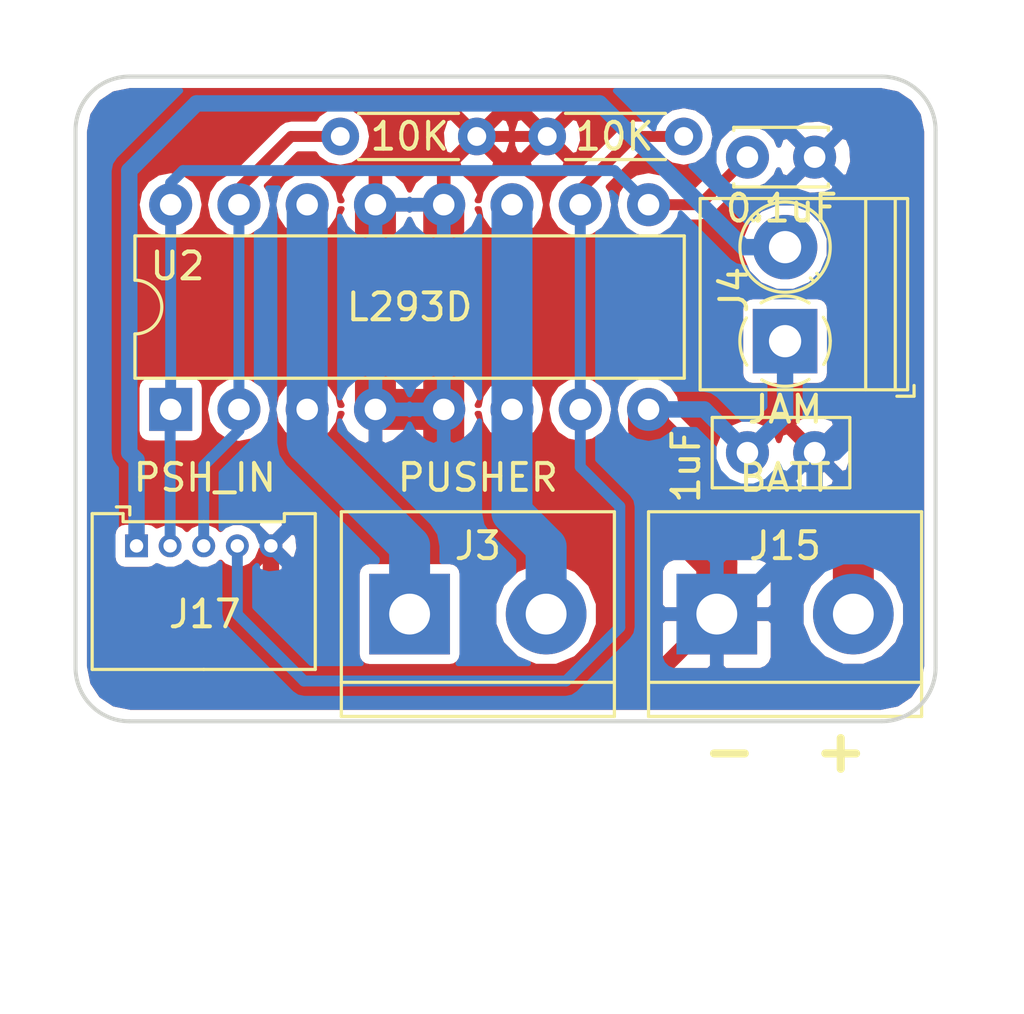
<source format=kicad_pcb>
(kicad_pcb (version 4) (host pcbnew 4.0.7)

  (general
    (links 27)
    (no_connects 0)
    (area 182.922999 48.289999 215.073001 72.440001)
    (thickness 1.6)
    (drawings 15)
    (tracks 73)
    (zones 0)
    (modules 9)
    (nets 9)
  )

  (page A4)
  (title_block
    (date "lun. 30 mars 2015")
  )

  (layers
    (0 F.Cu signal)
    (31 B.Cu signal)
    (32 B.Adhes user)
    (33 F.Adhes user)
    (34 B.Paste user)
    (35 F.Paste user)
    (36 B.SilkS user)
    (37 F.SilkS user)
    (38 B.Mask user)
    (39 F.Mask user)
    (40 Dwgs.User user)
    (41 Cmts.User user)
    (42 Eco1.User user)
    (43 Eco2.User user)
    (44 Edge.Cuts user)
    (45 Margin user)
    (46 B.CrtYd user)
    (47 F.CrtYd user)
    (48 B.Fab user)
    (49 F.Fab user)
  )

  (setup
    (last_trace_width 0.25)
    (user_trace_width 0.254)
    (user_trace_width 0.3048)
    (user_trace_width 0.4064)
    (user_trace_width 0.6096)
    (user_trace_width 0.9144)
    (user_trace_width 1.524)
    (user_trace_width 2.032)
    (trace_clearance 0.2)
    (zone_clearance 0.35)
    (zone_45_only no)
    (trace_min 0.2)
    (segment_width 0.15)
    (edge_width 0.15)
    (via_size 0.6)
    (via_drill 0.4)
    (via_min_size 0.4)
    (via_min_drill 0.3)
    (uvia_size 0.3)
    (uvia_drill 0.1)
    (uvias_allowed no)
    (uvia_min_size 0.2)
    (uvia_min_drill 0.1)
    (pcb_text_width 0.3)
    (pcb_text_size 1.5 1.5)
    (mod_edge_width 0.15)
    (mod_text_size 1 1)
    (mod_text_width 0.15)
    (pad_size 3 3)
    (pad_drill 3)
    (pad_to_mask_clearance 0)
    (aux_axis_origin 110.998 126.365)
    (grid_origin 110.998 126.365)
    (visible_elements 7FFFFFFF)
    (pcbplotparams
      (layerselection 0x010f0_80000001)
      (usegerberextensions true)
      (excludeedgelayer true)
      (linewidth 0.100000)
      (plotframeref false)
      (viasonmask false)
      (mode 1)
      (useauxorigin false)
      (hpglpennumber 1)
      (hpglpenspeed 20)
      (hpglpendiameter 15)
      (hpglpenoverlay 2)
      (psnegative false)
      (psa4output false)
      (plotreference true)
      (plotvalue true)
      (plotinvisibletext false)
      (padsonsilk false)
      (subtractmaskfromsilk false)
      (outputformat 1)
      (mirror false)
      (drillshape 0)
      (scaleselection 1)
      (outputdirectory gerbers/))
  )

  (net 0 "")
  (net 1 GND)
  (net 2 "Net-(J3-Pad1)")
  (net 3 "Net-(J3-Pad2)")
  (net 4 /Vin)
  (net 5 "Net-(C2-Pad1)")
  (net 6 "Net-(C3-Pad1)")
  (net 7 "Net-(J17-Pad3)")
  (net 8 "Net-(J17-Pad4)")

  (net_class Default "This is the default net class."
    (clearance 0.2)
    (trace_width 0.25)
    (via_dia 0.6)
    (via_drill 0.4)
    (uvia_dia 0.3)
    (uvia_drill 0.1)
    (add_net /Vin)
    (add_net GND)
    (add_net "Net-(C2-Pad1)")
    (add_net "Net-(C3-Pad1)")
    (add_net "Net-(J17-Pad3)")
    (add_net "Net-(J17-Pad4)")
    (add_net "Net-(J3-Pad1)")
    (add_net "Net-(J3-Pad2)")
  )

  (module footprints:R__P5.08mm (layer F.Cu) (tedit 5CE6B6CD) (tstamp 5CDF7E37)
    (at 195.428 50.595 180)
    (descr "Resistor, Axial_DIN0204 series, Axial, Horizontal, pin pitch=5.08mm, 0.16666666666666666W = 1/6W, length*diameter=3.6*1.6mm^2, http://cdn-reichelt.de/documents/datenblatt/B400/1_4W%23YAG.pdf")
    (tags "Resistor Axial_DIN0204 series Axial Horizontal pin pitch 5.08mm 0.16666666666666666W = 1/6W length 3.6mm diameter 1.6mm")
    (path /5CE03DA1)
    (fp_text reference R1 (at 0 0 180) (layer F.SilkS) hide
      (effects (font (size 1 1) (thickness 0.15)))
    )
    (fp_text value 10K (at 0 0 180) (layer F.SilkS)
      (effects (font (size 1 1) (thickness 0.15)))
    )
    (fp_line (start -1.76 -0.8) (end -1.76 0.8) (layer F.Fab) (width 0.1))
    (fp_line (start -1.76 0.8) (end 1.84 0.8) (layer F.Fab) (width 0.1))
    (fp_line (start 1.84 0.8) (end 1.84 -0.8) (layer F.Fab) (width 0.1))
    (fp_line (start 1.84 -0.8) (end -1.76 -0.8) (layer F.Fab) (width 0.1))
    (fp_line (start -2.5 0) (end -1.76 0) (layer F.Fab) (width 0.1))
    (fp_line (start 2.58 0) (end 1.84 0) (layer F.Fab) (width 0.1))
    (fp_line (start -1.82 -0.86) (end 1.9 -0.86) (layer F.SilkS) (width 0.12))
    (fp_line (start -1.82 0.86) (end 1.9 0.86) (layer F.SilkS) (width 0.12))
    (fp_line (start -3.45 -1.15) (end -3.45 1.15) (layer F.CrtYd) (width 0.05))
    (fp_line (start -3.45 1.15) (end 3.55 1.15) (layer F.CrtYd) (width 0.05))
    (fp_line (start 3.55 1.15) (end 3.55 -1.15) (layer F.CrtYd) (width 0.05))
    (fp_line (start 3.55 -1.15) (end -3.45 -1.15) (layer F.CrtYd) (width 0.05))
    (pad 1 thru_hole circle (at -2.5 0 180) (size 1.4 1.4) (drill 0.7) (layers *.Cu *.Mask)
      (net 1 GND))
    (pad 2 thru_hole oval (at 2.58 0 180) (size 1.4 1.4) (drill 0.7) (layers *.Cu *.Mask)
      (net 7 "Net-(J17-Pad3)"))
    (model ${KISYS3DMOD}/Resistors_THT.3dshapes/R_Axial_DIN0204_L3.6mm_D1.6mm_P5.08mm_Horizontal.wrl
      (at (xyz 0 0 0))
      (scale (xyz 0.393701 0.393701 0.393701))
      (rotate (xyz 0 0 0))
    )
  )

  (module footprints:R__P5.08mm (layer F.Cu) (tedit 5CE6B6CD) (tstamp 5CDF7E43)
    (at 203.048 50.595)
    (descr "Resistor, Axial_DIN0204 series, Axial, Horizontal, pin pitch=5.08mm, 0.16666666666666666W = 1/6W, length*diameter=3.6*1.6mm^2, http://cdn-reichelt.de/documents/datenblatt/B400/1_4W%23YAG.pdf")
    (tags "Resistor Axial_DIN0204 series Axial Horizontal pin pitch 5.08mm 0.16666666666666666W = 1/6W length 3.6mm diameter 1.6mm")
    (path /5CE03D1D)
    (fp_text reference R3 (at 0 0) (layer F.SilkS) hide
      (effects (font (size 1 1) (thickness 0.15)))
    )
    (fp_text value 10K (at 0 0) (layer F.SilkS)
      (effects (font (size 1 1) (thickness 0.15)))
    )
    (fp_line (start -1.76 -0.8) (end -1.76 0.8) (layer F.Fab) (width 0.1))
    (fp_line (start -1.76 0.8) (end 1.84 0.8) (layer F.Fab) (width 0.1))
    (fp_line (start 1.84 0.8) (end 1.84 -0.8) (layer F.Fab) (width 0.1))
    (fp_line (start 1.84 -0.8) (end -1.76 -0.8) (layer F.Fab) (width 0.1))
    (fp_line (start -2.5 0) (end -1.76 0) (layer F.Fab) (width 0.1))
    (fp_line (start 2.58 0) (end 1.84 0) (layer F.Fab) (width 0.1))
    (fp_line (start -1.82 -0.86) (end 1.9 -0.86) (layer F.SilkS) (width 0.12))
    (fp_line (start -1.82 0.86) (end 1.9 0.86) (layer F.SilkS) (width 0.12))
    (fp_line (start -3.45 -1.15) (end -3.45 1.15) (layer F.CrtYd) (width 0.05))
    (fp_line (start -3.45 1.15) (end 3.55 1.15) (layer F.CrtYd) (width 0.05))
    (fp_line (start 3.55 1.15) (end 3.55 -1.15) (layer F.CrtYd) (width 0.05))
    (fp_line (start 3.55 -1.15) (end -3.45 -1.15) (layer F.CrtYd) (width 0.05))
    (pad 1 thru_hole circle (at -2.5 0) (size 1.4 1.4) (drill 0.7) (layers *.Cu *.Mask)
      (net 1 GND))
    (pad 2 thru_hole oval (at 2.58 0) (size 1.4 1.4) (drill 0.7) (layers *.Cu *.Mask)
      (net 8 "Net-(J17-Pad4)"))
    (model ${KISYS3DMOD}/Resistors_THT.3dshapes/R_Axial_DIN0204_L3.6mm_D1.6mm_P5.08mm_Horizontal.wrl
      (at (xyz 0 0 0))
      (scale (xyz 0.393701 0.393701 0.393701))
      (rotate (xyz 0 0 0))
    )
  )

  (module footprints:C_Disc_D5.0mm_W2.5mm_P2.50mm (layer F.Cu) (tedit 5CE6D9E5) (tstamp 5CE76624)
    (at 207.998 62.365)
    (descr "C, Disc series, Radial, pin pitch=2.50mm, , diameter*width=5*2.5mm^2, Capacitor, http://cdn-reichelt.de/documents/datenblatt/B300/DS_KERKO_TC.pdf")
    (tags "C Disc series Radial pin pitch 2.50mm  diameter 5mm width 2.5mm Capacitor")
    (path /5CE0682B)
    (fp_text reference C2 (at 1.25 -2.56) (layer F.SilkS) hide
      (effects (font (size 1 1) (thickness 0.15)))
    )
    (fp_text value 1uF (at -2.286 0.508 90) (layer F.SilkS)
      (effects (font (size 1 1) (thickness 0.15)))
    )
    (fp_line (start -1.25 -1.25) (end -1.25 1.25) (layer F.Fab) (width 0.1))
    (fp_line (start -1.25 1.25) (end 3.75 1.25) (layer F.Fab) (width 0.1))
    (fp_line (start 3.75 1.25) (end 3.75 -1.25) (layer F.Fab) (width 0.1))
    (fp_line (start 3.75 -1.25) (end -1.25 -1.25) (layer F.Fab) (width 0.1))
    (fp_line (start -1.31 -1.31) (end 3.81 -1.31) (layer F.SilkS) (width 0.12))
    (fp_line (start -1.31 1.31) (end 3.81 1.31) (layer F.SilkS) (width 0.12))
    (fp_line (start -1.31 -1.31) (end -1.31 1.31) (layer F.SilkS) (width 0.12))
    (fp_line (start 3.81 -1.31) (end 3.81 1.31) (layer F.SilkS) (width 0.12))
    (fp_line (start -1.6 -1.6) (end -1.6 1.6) (layer F.CrtYd) (width 0.05))
    (fp_line (start -1.6 1.6) (end 4.1 1.6) (layer F.CrtYd) (width 0.05))
    (fp_line (start 4.1 1.6) (end 4.1 -1.6) (layer F.CrtYd) (width 0.05))
    (fp_line (start 4.1 -1.6) (end -1.6 -1.6) (layer F.CrtYd) (width 0.05))
    (fp_text user %R (at 1.25 0) (layer F.Fab)
      (effects (font (size 1 1) (thickness 0.15)))
    )
    (pad 1 thru_hole circle (at 0 0) (size 1.6 1.6) (drill 0.8) (layers *.Cu *.Mask)
      (net 5 "Net-(C2-Pad1)"))
    (pad 2 thru_hole circle (at 2.5 0) (size 1.6 1.6) (drill 0.8) (layers *.Cu *.Mask)
      (net 1 GND))
    (model ${KISYS3DMOD}/Capacitors_THT.3dshapes/C_Disc_D5.0mm_W2.5mm_P2.50mm.wrl
      (at (xyz 0 0 0))
      (scale (xyz 1 1 1))
      (rotate (xyz 0 0 0))
    )
  )

  (module footprints:C_Disc_D3.4mm_W2.1mm_P2.50mm (layer F.Cu) (tedit 5CE5B76E) (tstamp 5CE76636)
    (at 207.998 51.365)
    (descr "C, Disc series, Radial, pin pitch=2.50mm, , diameter*width=3.4*2.1mm^2, Capacitor, http://www.vishay.com/docs/45233/krseries.pdf")
    (tags "C Disc series Radial pin pitch 2.50mm  diameter 3.4mm width 2.1mm Capacitor")
    (path /5CE06912)
    (fp_text reference C3 (at 1.25 -2.36) (layer F.SilkS) hide
      (effects (font (size 1 1) (thickness 0.15)))
    )
    (fp_text value 0.1uF (at 1.27 1.905) (layer F.SilkS)
      (effects (font (size 1 1) (thickness 0.15)))
    )
    (fp_line (start -0.45 -1.05) (end -0.45 1.05) (layer F.Fab) (width 0.1))
    (fp_line (start -0.45 1.05) (end 2.95 1.05) (layer F.Fab) (width 0.1))
    (fp_line (start 2.95 1.05) (end 2.95 -1.05) (layer F.Fab) (width 0.1))
    (fp_line (start 2.95 -1.05) (end -0.45 -1.05) (layer F.Fab) (width 0.1))
    (fp_line (start -0.51 -1.11) (end 3.01 -1.11) (layer F.SilkS) (width 0.12))
    (fp_line (start -0.51 1.11) (end 3.01 1.11) (layer F.SilkS) (width 0.12))
    (fp_line (start -0.51 -1.11) (end -0.51 -0.996) (layer F.SilkS) (width 0.12))
    (fp_line (start -0.51 0.996) (end -0.51 1.11) (layer F.SilkS) (width 0.12))
    (fp_line (start 3.01 -1.11) (end 3.01 -0.996) (layer F.SilkS) (width 0.12))
    (fp_line (start 3.01 0.996) (end 3.01 1.11) (layer F.SilkS) (width 0.12))
    (fp_line (start -1.05 -1.4) (end -1.05 1.4) (layer F.CrtYd) (width 0.05))
    (fp_line (start -1.05 1.4) (end 3.55 1.4) (layer F.CrtYd) (width 0.05))
    (fp_line (start 3.55 1.4) (end 3.55 -1.4) (layer F.CrtYd) (width 0.05))
    (fp_line (start 3.55 -1.4) (end -1.05 -1.4) (layer F.CrtYd) (width 0.05))
    (fp_text user %R (at 1.25 0) (layer F.Fab)
      (effects (font (size 1 1) (thickness 0.15)))
    )
    (pad 1 thru_hole circle (at 0 0) (size 1.6 1.6) (drill 0.8) (layers *.Cu *.Mask)
      (net 6 "Net-(C3-Pad1)"))
    (pad 2 thru_hole circle (at 2.5 0) (size 1.6 1.6) (drill 0.8) (layers *.Cu *.Mask)
      (net 1 GND))
    (model ${KISYS3DMOD}/Capacitors_THT.3dshapes/C_Disc_D3.4mm_W2.1mm_P2.50mm.wrl
      (at (xyz 0 0 0))
      (scale (xyz 1 1 1))
      (rotate (xyz 0 0 0))
    )
  )

  (module footprints:DIP-16_W7.62mm (layer F.Cu) (tedit 5CE6C79F) (tstamp 5CE76772)
    (at 186.538 60.755 90)
    (descr "16-lead though-hole mounted DIP package, row spacing 7.62 mm (300 mils)")
    (tags "THT DIP DIL PDIP 2.54mm 7.62mm 300mil")
    (path /5CDFE83D)
    (fp_text reference U2 (at 5.334 0.254 180) (layer F.SilkS)
      (effects (font (size 1 1) (thickness 0.15)))
    )
    (fp_text value L293D (at 3.81 8.89 180) (layer F.SilkS)
      (effects (font (size 1 1) (thickness 0.15)))
    )
    (fp_arc (start 3.81 -1.33) (end 2.81 -1.33) (angle -180) (layer F.SilkS) (width 0.12))
    (fp_line (start 1.635 -1.27) (end 6.985 -1.27) (layer F.Fab) (width 0.1))
    (fp_line (start 6.985 -1.27) (end 6.985 19.05) (layer F.Fab) (width 0.1))
    (fp_line (start 6.985 19.05) (end 0.635 19.05) (layer F.Fab) (width 0.1))
    (fp_line (start 0.635 19.05) (end 0.635 -0.27) (layer F.Fab) (width 0.1))
    (fp_line (start 0.635 -0.27) (end 1.635 -1.27) (layer F.Fab) (width 0.1))
    (fp_line (start 2.81 -1.33) (end 1.16 -1.33) (layer F.SilkS) (width 0.12))
    (fp_line (start 1.16 -1.33) (end 1.16 19.11) (layer F.SilkS) (width 0.12))
    (fp_line (start 1.16 19.11) (end 6.46 19.11) (layer F.SilkS) (width 0.12))
    (fp_line (start 6.46 19.11) (end 6.46 -1.33) (layer F.SilkS) (width 0.12))
    (fp_line (start 6.46 -1.33) (end 4.81 -1.33) (layer F.SilkS) (width 0.12))
    (fp_line (start -1.1 -1.55) (end -1.1 19.3) (layer F.CrtYd) (width 0.05))
    (fp_line (start -1.1 19.3) (end 8.7 19.3) (layer F.CrtYd) (width 0.05))
    (fp_line (start 8.7 19.3) (end 8.7 -1.55) (layer F.CrtYd) (width 0.05))
    (fp_line (start 8.7 -1.55) (end -1.1 -1.55) (layer F.CrtYd) (width 0.05))
    (fp_text user %R (at 3.81 8.89 90) (layer F.Fab)
      (effects (font (size 1 1) (thickness 0.15)))
    )
    (pad 1 thru_hole rect (at 0 0 90) (size 1.6 1.6) (drill 0.8) (layers *.Cu *.Mask)
      (net 6 "Net-(C3-Pad1)"))
    (pad 9 thru_hole oval (at 7.62 17.78 90) (size 1.6 1.6) (drill 0.8) (layers *.Cu *.Mask)
      (net 6 "Net-(C3-Pad1)"))
    (pad 2 thru_hole oval (at 0 2.54 90) (size 1.6 1.6) (drill 0.8) (layers *.Cu *.Mask)
      (net 7 "Net-(J17-Pad3)"))
    (pad 10 thru_hole oval (at 7.62 15.24 90) (size 1.6 1.6) (drill 0.8) (layers *.Cu *.Mask)
      (net 8 "Net-(J17-Pad4)"))
    (pad 3 thru_hole oval (at 0 5.08 90) (size 1.6 1.6) (drill 0.8) (layers *.Cu *.Mask)
      (net 2 "Net-(J3-Pad1)"))
    (pad 11 thru_hole oval (at 7.62 12.7 90) (size 1.6 1.6) (drill 0.8) (layers *.Cu *.Mask)
      (net 3 "Net-(J3-Pad2)"))
    (pad 4 thru_hole oval (at 0 7.62 90) (size 1.6 1.6) (drill 0.8) (layers *.Cu *.Mask)
      (net 1 GND))
    (pad 12 thru_hole oval (at 7.62 10.16 90) (size 1.6 1.6) (drill 0.8) (layers *.Cu *.Mask)
      (net 1 GND))
    (pad 5 thru_hole oval (at 0 10.16 90) (size 1.6 1.6) (drill 0.8) (layers *.Cu *.Mask)
      (net 1 GND))
    (pad 13 thru_hole oval (at 7.62 7.62 90) (size 1.6 1.6) (drill 0.8) (layers *.Cu *.Mask)
      (net 1 GND))
    (pad 6 thru_hole oval (at 0 12.7 90) (size 1.6 1.6) (drill 0.8) (layers *.Cu *.Mask)
      (net 3 "Net-(J3-Pad2)"))
    (pad 14 thru_hole oval (at 7.62 5.08 90) (size 1.6 1.6) (drill 0.8) (layers *.Cu *.Mask)
      (net 2 "Net-(J3-Pad1)"))
    (pad 7 thru_hole oval (at 0 15.24 90) (size 1.6 1.6) (drill 0.8) (layers *.Cu *.Mask)
      (net 8 "Net-(J17-Pad4)"))
    (pad 15 thru_hole oval (at 7.62 2.54 90) (size 1.6 1.6) (drill 0.8) (layers *.Cu *.Mask)
      (net 7 "Net-(J17-Pad3)"))
    (pad 8 thru_hole oval (at 0 17.78 90) (size 1.6 1.6) (drill 0.8) (layers *.Cu *.Mask)
      (net 5 "Net-(C2-Pad1)"))
    (pad 16 thru_hole oval (at 7.62 0 90) (size 1.6 1.6) (drill 0.8) (layers *.Cu *.Mask)
      (net 6 "Net-(C3-Pad1)"))
    (model ${KISYS3DMOD}/Housings_DIP.3dshapes/DIP-16_W7.62mm.wrl
      (at (xyz 0 0 0))
      (scale (xyz 1 1 1))
      (rotate (xyz 0 0 0))
    )
  )

  (module footprints:TerminalBlock_Phoenix_PT-1,5-2-3.5-H_1x02_P3.50mm_Horizontal (layer F.Cu) (tedit 5CF81BCB) (tstamp 5CE86ECA)
    (at 209.398 58.215 90)
    (descr "Terminal Block Phoenix PT-1,5-2-3.5-H, 2 pins, pitch 3.5mm, size 7x7.6mm^2, drill diamater 1.2mm, pad diameter 2.4mm, see , script-generated using https://github.com/pointhi/kicad-footprint-generator/scripts/TerminalBlock_Phoenix")
    (tags "THT Terminal Block Phoenix PT-1,5-2-3.5-H pitch 3.5mm size 7x7.6mm^2 drill 1.2mm pad 2.4mm")
    (path /5CE1CB8F)
    (fp_text reference J4 (at 1.905 -1.905 90) (layer F.SilkS)
      (effects (font (size 1 1) (thickness 0.15)))
    )
    (fp_text value JAM (at -2.54 0 360) (layer F.SilkS)
      (effects (font (size 1 1) (thickness 0.15)))
    )
    (fp_arc (start 0 0) (end 0 1.68) (angle -32) (layer F.SilkS) (width 0.12))
    (fp_arc (start 0 0) (end 1.425 0.891) (angle -64) (layer F.SilkS) (width 0.12))
    (fp_arc (start 0 0) (end 0.866 -1.44) (angle -63) (layer F.SilkS) (width 0.12))
    (fp_arc (start 0 0) (end -1.44 -0.866) (angle -63) (layer F.SilkS) (width 0.12))
    (fp_arc (start 0 0) (end -0.866 1.44) (angle -32) (layer F.SilkS) (width 0.12))
    (fp_circle (center 0 0) (end 1.5 0) (layer F.Fab) (width 0.1))
    (fp_circle (center 3.5 0) (end 5 0) (layer F.Fab) (width 0.1))
    (fp_circle (center 3.5 0) (end 5.18 0) (layer F.SilkS) (width 0.12))
    (fp_line (start -1.75 -3.1) (end 5.25 -3.1) (layer F.Fab) (width 0.1))
    (fp_line (start 5.25 -3.1) (end 5.25 4.5) (layer F.Fab) (width 0.1))
    (fp_line (start 5.25 4.5) (end -1.35 4.5) (layer F.Fab) (width 0.1))
    (fp_line (start -1.35 4.5) (end -1.75 4.1) (layer F.Fab) (width 0.1))
    (fp_line (start -1.75 4.1) (end -1.75 -3.1) (layer F.Fab) (width 0.1))
    (fp_line (start -1.75 4.1) (end 5.25 4.1) (layer F.Fab) (width 0.1))
    (fp_line (start -1.81 4.1) (end 5.31 4.1) (layer F.SilkS) (width 0.12))
    (fp_line (start -1.75 3) (end 5.25 3) (layer F.Fab) (width 0.1))
    (fp_line (start -1.81 3) (end 5.31 3) (layer F.SilkS) (width 0.12))
    (fp_line (start -1.81 -3.16) (end 5.31 -3.16) (layer F.SilkS) (width 0.12))
    (fp_line (start -1.81 4.56) (end 5.31 4.56) (layer F.SilkS) (width 0.12))
    (fp_line (start -1.81 -3.16) (end -1.81 4.56) (layer F.SilkS) (width 0.12))
    (fp_line (start 5.31 -3.16) (end 5.31 4.56) (layer F.SilkS) (width 0.12))
    (fp_line (start 1.138 -0.955) (end -0.955 1.138) (layer F.Fab) (width 0.1))
    (fp_line (start 0.955 -1.138) (end -1.138 0.955) (layer F.Fab) (width 0.1))
    (fp_line (start 4.638 -0.955) (end 2.546 1.138) (layer F.Fab) (width 0.1))
    (fp_line (start 4.455 -1.138) (end 2.363 0.955) (layer F.Fab) (width 0.1))
    (fp_line (start 4.775 -1.069) (end 4.646 -0.941) (layer F.SilkS) (width 0.12))
    (fp_line (start 2.525 1.181) (end 2.431 1.274) (layer F.SilkS) (width 0.12))
    (fp_line (start 4.57 -1.275) (end 4.476 -1.181) (layer F.SilkS) (width 0.12))
    (fp_line (start 2.355 0.941) (end 2.226 1.069) (layer F.SilkS) (width 0.12))
    (fp_line (start -2.05 4.16) (end -2.05 4.8) (layer F.SilkS) (width 0.12))
    (fp_line (start -2.05 4.8) (end -1.65 4.8) (layer F.SilkS) (width 0.12))
    (fp_line (start -2.25 -3.6) (end -2.25 5) (layer F.CrtYd) (width 0.05))
    (fp_line (start -2.25 5) (end 5.75 5) (layer F.CrtYd) (width 0.05))
    (fp_line (start 5.75 5) (end 5.75 -3.6) (layer F.CrtYd) (width 0.05))
    (fp_line (start 5.75 -3.6) (end -2.25 -3.6) (layer F.CrtYd) (width 0.05))
    (fp_text user %R (at 1.75 2.4 90) (layer F.Fab)
      (effects (font (size 1 1) (thickness 0.15)))
    )
    (pad 1 thru_hole rect (at 0 0 90) (size 2.4 2.4) (drill 1.2) (layers *.Cu *.Mask)
      (net 5 "Net-(C2-Pad1)"))
    (pad 2 thru_hole circle (at 3.5 0 90) (size 2.4 2.4) (drill 1.2) (layers *.Cu *.Mask)
      (net 4 /Vin))
    (model ${KISYS3DMOD}/TerminalBlock_Phoenix.3dshapes/TerminalBlock_Phoenix_PT-1,5-2-3.5-H_1x02_P3.50mm_Horizontal.wrl
      (at (xyz 0 0 0))
      (scale (xyz 1 1 1))
      (rotate (xyz 0 0 0))
    )
  )

  (module Connectors_Terminal_Blocks:TerminalBlock_bornier-2_P5.08mm (layer F.Cu) (tedit 5CF81BAA) (tstamp 5CF74546)
    (at 206.858 68.375)
    (descr "simple 2-pin terminal block, pitch 5.08mm, revamped version of bornier2")
    (tags "terminal block bornier2")
    (path /5CF9B967)
    (fp_text reference J15 (at 2.54 -2.54) (layer F.SilkS)
      (effects (font (size 1 1) (thickness 0.15)))
    )
    (fp_text value BATT (at 2.54 -5.08) (layer F.SilkS)
      (effects (font (size 1 1) (thickness 0.15)))
    )
    (fp_text user %R (at 2.54 0) (layer F.Fab)
      (effects (font (size 1 1) (thickness 0.15)))
    )
    (fp_line (start -2.41 2.55) (end 7.49 2.55) (layer F.Fab) (width 0.1))
    (fp_line (start -2.46 -3.75) (end -2.46 3.75) (layer F.Fab) (width 0.1))
    (fp_line (start -2.46 3.75) (end 7.54 3.75) (layer F.Fab) (width 0.1))
    (fp_line (start 7.54 3.75) (end 7.54 -3.75) (layer F.Fab) (width 0.1))
    (fp_line (start 7.54 -3.75) (end -2.46 -3.75) (layer F.Fab) (width 0.1))
    (fp_line (start 7.62 2.54) (end -2.54 2.54) (layer F.SilkS) (width 0.12))
    (fp_line (start 7.62 3.81) (end 7.62 -3.81) (layer F.SilkS) (width 0.12))
    (fp_line (start 7.62 -3.81) (end -2.54 -3.81) (layer F.SilkS) (width 0.12))
    (fp_line (start -2.54 -3.81) (end -2.54 3.81) (layer F.SilkS) (width 0.12))
    (fp_line (start -2.54 3.81) (end 7.62 3.81) (layer F.SilkS) (width 0.12))
    (fp_line (start -2.71 -4) (end 7.79 -4) (layer F.CrtYd) (width 0.05))
    (fp_line (start -2.71 -4) (end -2.71 4) (layer F.CrtYd) (width 0.05))
    (fp_line (start 7.79 4) (end 7.79 -4) (layer F.CrtYd) (width 0.05))
    (fp_line (start 7.79 4) (end -2.71 4) (layer F.CrtYd) (width 0.05))
    (pad 1 thru_hole rect (at 0 0) (size 3 3) (drill 1.52) (layers *.Cu *.Mask)
      (net 1 GND))
    (pad 2 thru_hole circle (at 5.08 0) (size 3 3) (drill 1.52) (layers *.Cu *.Mask)
      (net 5 "Net-(C2-Pad1)"))
    (model ${KISYS3DMOD}/Terminal_Blocks.3dshapes/TerminalBlock_bornier-2_P5.08mm.wrl
      (at (xyz 0.1 0 0))
      (scale (xyz 1 1 1))
      (rotate (xyz 0 0 0))
    )
  )

  (module Connectors_Terminal_Blocks:TerminalBlock_bornier-2_P5.08mm (layer F.Cu) (tedit 5CF81BA4) (tstamp 5CF74572)
    (at 195.428 68.375)
    (descr "simple 2-pin terminal block, pitch 5.08mm, revamped version of bornier2")
    (tags "terminal block bornier2")
    (path /5CE004B8)
    (fp_text reference J3 (at 2.54 -2.54) (layer F.SilkS)
      (effects (font (size 1 1) (thickness 0.15)))
    )
    (fp_text value PUSHER (at 2.54 -5.08) (layer F.SilkS)
      (effects (font (size 1 1) (thickness 0.15)))
    )
    (fp_text user %R (at 2.54 0) (layer F.Fab)
      (effects (font (size 1 1) (thickness 0.15)))
    )
    (fp_line (start -2.41 2.55) (end 7.49 2.55) (layer F.Fab) (width 0.1))
    (fp_line (start -2.46 -3.75) (end -2.46 3.75) (layer F.Fab) (width 0.1))
    (fp_line (start -2.46 3.75) (end 7.54 3.75) (layer F.Fab) (width 0.1))
    (fp_line (start 7.54 3.75) (end 7.54 -3.75) (layer F.Fab) (width 0.1))
    (fp_line (start 7.54 -3.75) (end -2.46 -3.75) (layer F.Fab) (width 0.1))
    (fp_line (start 7.62 2.54) (end -2.54 2.54) (layer F.SilkS) (width 0.12))
    (fp_line (start 7.62 3.81) (end 7.62 -3.81) (layer F.SilkS) (width 0.12))
    (fp_line (start 7.62 -3.81) (end -2.54 -3.81) (layer F.SilkS) (width 0.12))
    (fp_line (start -2.54 -3.81) (end -2.54 3.81) (layer F.SilkS) (width 0.12))
    (fp_line (start -2.54 3.81) (end 7.62 3.81) (layer F.SilkS) (width 0.12))
    (fp_line (start -2.71 -4) (end 7.79 -4) (layer F.CrtYd) (width 0.05))
    (fp_line (start -2.71 -4) (end -2.71 4) (layer F.CrtYd) (width 0.05))
    (fp_line (start 7.79 4) (end 7.79 -4) (layer F.CrtYd) (width 0.05))
    (fp_line (start 7.79 4) (end -2.71 4) (layer F.CrtYd) (width 0.05))
    (pad 1 thru_hole rect (at 0 0) (size 3 3) (drill 1.52) (layers *.Cu *.Mask)
      (net 2 "Net-(J3-Pad1)"))
    (pad 2 thru_hole circle (at 5.08 0) (size 3 3) (drill 1.52) (layers *.Cu *.Mask)
      (net 3 "Net-(J3-Pad2)"))
    (model ${KISYS3DMOD}/Terminal_Blocks.3dshapes/TerminalBlock_bornier-2_P5.08mm.wrl
      (at (xyz 0.1 0 0))
      (scale (xyz 1 1 1))
      (rotate (xyz 0 0 0))
    )
  )

  (module Connectors_Molex:Molex_PicoBlade_53048-0510_05x1.25mm_Angled (layer F.Cu) (tedit 5CF81BA0) (tstamp 5CF7454E)
    (at 185.268 65.835)
    (descr "Molex PicoBlade, single row, side entry type, through hole, PN:53048-0510")
    (tags "connector molex picoblade")
    (path /5CF86875)
    (fp_text reference J17 (at 2.54 2.54) (layer F.SilkS)
      (effects (font (size 1 1) (thickness 0.15)))
    )
    (fp_text value PSH_IN (at 2.54 -2.54) (layer F.SilkS)
      (effects (font (size 1 1) (thickness 0.15)))
    )
    (fp_line (start -0.25 -1.15) (end -0.25 -1.45) (layer F.SilkS) (width 0.12))
    (fp_line (start -0.25 -1.45) (end -0.75 -1.45) (layer F.SilkS) (width 0.12))
    (fp_line (start -0.25 -1.15) (end -0.25 -1.45) (layer F.Fab) (width 0.1))
    (fp_line (start -0.25 -1.45) (end -0.75 -1.45) (layer F.Fab) (width 0.1))
    (fp_line (start 2.5 -1.25) (end -0.15 -1.25) (layer F.CrtYd) (width 0.05))
    (fp_line (start -0.15 -1.25) (end -0.15 -1.55) (layer F.CrtYd) (width 0.05))
    (fp_line (start -0.15 -1.55) (end -2 -1.55) (layer F.CrtYd) (width 0.05))
    (fp_line (start -2 -1.55) (end -2 4.95) (layer F.CrtYd) (width 0.05))
    (fp_line (start -2 4.95) (end 2.5 4.95) (layer F.CrtYd) (width 0.05))
    (fp_line (start 2.5 -1.25) (end 5.15 -1.25) (layer F.CrtYd) (width 0.05))
    (fp_line (start 5.15 -1.25) (end 5.15 -1.55) (layer F.CrtYd) (width 0.05))
    (fp_line (start 5.15 -1.55) (end 7 -1.55) (layer F.CrtYd) (width 0.05))
    (fp_line (start 7 -1.55) (end 7 4.95) (layer F.CrtYd) (width 0.05))
    (fp_line (start 7 4.95) (end 2.5 4.95) (layer F.CrtYd) (width 0.05))
    (fp_line (start 2.5 -0.75) (end -0.65 -0.75) (layer F.Fab) (width 0.1))
    (fp_line (start -0.65 -0.75) (end -0.65 -1.05) (layer F.Fab) (width 0.1))
    (fp_line (start -0.65 -1.05) (end -1.5 -1.05) (layer F.Fab) (width 0.1))
    (fp_line (start -1.5 -1.05) (end -1.5 4.45) (layer F.Fab) (width 0.1))
    (fp_line (start -1.5 4.45) (end 2.5 4.45) (layer F.Fab) (width 0.1))
    (fp_line (start 2.5 -0.75) (end 5.65 -0.75) (layer F.Fab) (width 0.1))
    (fp_line (start 5.65 -0.75) (end 5.65 -1.05) (layer F.Fab) (width 0.1))
    (fp_line (start 5.65 -1.05) (end 6.5 -1.05) (layer F.Fab) (width 0.1))
    (fp_line (start 6.5 -1.05) (end 6.5 4.45) (layer F.Fab) (width 0.1))
    (fp_line (start 6.5 4.45) (end 2.5 4.45) (layer F.Fab) (width 0.1))
    (fp_line (start 2.5 -0.9) (end -0.5 -0.9) (layer F.SilkS) (width 0.12))
    (fp_line (start -0.5 -0.9) (end -0.5 -1.2) (layer F.SilkS) (width 0.12))
    (fp_line (start -0.5 -1.2) (end -1.65 -1.2) (layer F.SilkS) (width 0.12))
    (fp_line (start -1.65 -1.2) (end -1.65 4.6) (layer F.SilkS) (width 0.12))
    (fp_line (start -1.65 4.6) (end 2.5 4.6) (layer F.SilkS) (width 0.12))
    (fp_line (start 2.5 -0.9) (end 5.5 -0.9) (layer F.SilkS) (width 0.12))
    (fp_line (start 5.5 -0.9) (end 5.5 -1.2) (layer F.SilkS) (width 0.12))
    (fp_line (start 5.5 -1.2) (end 6.65 -1.2) (layer F.SilkS) (width 0.12))
    (fp_line (start 6.65 -1.2) (end 6.65 4.6) (layer F.SilkS) (width 0.12))
    (fp_line (start 6.65 4.6) (end 2.5 4.6) (layer F.SilkS) (width 0.12))
    (fp_text user %R (at 2.5 3) (layer F.Fab)
      (effects (font (size 1 1) (thickness 0.15)))
    )
    (pad 1 thru_hole rect (at 0 0) (size 0.85 0.85) (drill 0.5) (layers *.Cu *.Mask)
      (net 4 /Vin))
    (pad 2 thru_hole circle (at 1.25 0) (size 0.85 0.85) (drill 0.5) (layers *.Cu *.Mask)
      (net 6 "Net-(C3-Pad1)"))
    (pad 3 thru_hole circle (at 2.5 0) (size 0.85 0.85) (drill 0.5) (layers *.Cu *.Mask)
      (net 7 "Net-(J17-Pad3)"))
    (pad 4 thru_hole circle (at 3.75 0) (size 0.85 0.85) (drill 0.5) (layers *.Cu *.Mask)
      (net 8 "Net-(J17-Pad4)"))
    (pad 5 thru_hole circle (at 5 0) (size 0.85 0.85) (drill 0.5) (layers *.Cu *.Mask)
      (net 1 GND))
    (model ${KISYS3DMOD}/Connectors_Molex.3dshapes/Molex_PicoBlade_53048-0510_05x1.25mm_Angled.wrl
      (at (xyz 0 0 0))
      (scale (xyz 1 1 1))
      (rotate (xyz 0 0 0))
    )
  )

  (gr_line (start 182.998 70.365) (end 182.998 50.365) (angle 90) (layer Edge.Cuts) (width 0.15))
  (gr_line (start 212.998 72.365) (end 184.998 72.365) (angle 90) (layer Edge.Cuts) (width 0.15))
  (gr_line (start 214.998 70.365) (end 214.998 50.365) (angle 90) (layer Edge.Cuts) (width 0.15))
  (gr_line (start 184.998 48.365) (end 212.998 48.365) (angle 90) (layer Edge.Cuts) (width 0.15))
  (gr_arc (start 184.998 50.365) (end 182.998 50.365) (angle 90) (layer Edge.Cuts) (width 0.15))
  (gr_arc (start 212.998 50.365) (end 212.998 48.365) (angle 90) (layer Edge.Cuts) (width 0.15))
  (gr_arc (start 184.998 70.365) (end 184.998 72.365) (angle 90) (layer Edge.Cuts) (width 0.15))
  (gr_arc (start 212.998 70.365) (end 214.998 70.365) (angle 90) (layer Edge.Cuts) (width 0.15))
  (gr_text "PUSHER BOARD" (at 199.498 81.865) (layer Dwgs.User)
    (effects (font (size 1.5 1.5) (thickness 0.3)))
  )
  (gr_text "-  +" (at 209.398 73.455) (layer F.SilkS)
    (effects (font (size 1.5 1.5) (thickness 0.3)))
  )
  (dimension 31.75 (width 0.3) (layer Dwgs.User)
    (gr_text "1.2500 in" (at 198.603 78.615) (layer Dwgs.User)
      (effects (font (size 1.5 1.5) (thickness 0.3)))
    )
    (feature1 (pts (xy 182.728 74.725) (xy 182.728 79.965)))
    (feature2 (pts (xy 214.478 74.725) (xy 214.478 79.965)))
    (crossbar (pts (xy 214.478 77.265) (xy 182.728 77.265)))
    (arrow1a (pts (xy 182.728 77.265) (xy 183.854504 76.678579)))
    (arrow1b (pts (xy 182.728 77.265) (xy 183.854504 77.851421)))
    (arrow2a (pts (xy 214.478 77.265) (xy 213.351496 76.678579)))
    (arrow2b (pts (xy 214.478 77.265) (xy 213.351496 77.851421)))
  )
  (gr_line (start 182.728 51.865) (end 182.728 72.185) (angle 90) (layer Dwgs.User) (width 0.15))
  (gr_line (start 209.398 49.325) (end 191.618 49.325) (angle 90) (layer Dwgs.User) (width 0.15))
  (gr_line (start 214.478 72.185) (end 214.478 51.865) (angle 90) (layer Dwgs.User) (width 0.15))
  (gr_line (start 191.618 74.725) (end 211.938 74.725) (angle 90) (layer Dwgs.User) (width 0.15))

  (segment (start 190.268 65.835) (end 190.268 67.885) (width 0.6096) (layer F.Cu) (net 1))
  (segment (start 204.368 70.865) (end 206.858 68.375) (width 0.6096) (layer F.Cu) (net 1) (tstamp 5CF873CB))
  (segment (start 193.248 70.865) (end 204.368 70.865) (width 0.6096) (layer F.Cu) (net 1) (tstamp 5CF873C9))
  (segment (start 190.268 67.885) (end 193.248 70.865) (width 0.6096) (layer F.Cu) (net 1) (tstamp 5CF873C7))
  (segment (start 210.498 62.365) (end 211.248 62.365) (width 0.6096) (layer B.Cu) (net 1))
  (segment (start 211.248 62.365) (end 212.248 61.365) (width 0.6096) (layer B.Cu) (net 1) (tstamp 5CF871FE))
  (segment (start 212.248 53.115) (end 210.498 51.365) (width 0.6096) (layer B.Cu) (net 1) (tstamp 5CF87201))
  (segment (start 212.248 61.365) (end 212.248 53.115) (width 0.6096) (layer B.Cu) (net 1) (tstamp 5CF871FF))
  (segment (start 206.858 68.375) (end 207.238 68.375) (width 0.6096) (layer B.Cu) (net 1))
  (segment (start 207.238 68.375) (end 210.498 65.115) (width 0.6096) (layer B.Cu) (net 1) (tstamp 5CF871F9))
  (segment (start 210.498 65.115) (end 210.498 62.365) (width 0.6096) (layer B.Cu) (net 1) (tstamp 5CF871FA))
  (segment (start 196.698 53.135) (end 196.698 51.825) (width 0.4064) (layer F.Cu) (net 1))
  (segment (start 196.698 51.825) (end 197.928 50.595) (width 0.4064) (layer F.Cu) (net 1) (tstamp 5CF87170))
  (segment (start 197.928 50.595) (end 200.548 50.595) (width 0.4064) (layer F.Cu) (net 1))
  (segment (start 196.698 60.755) (end 196.698 62.565) (width 1.524) (layer F.Cu) (net 1))
  (segment (start 206.858 66.475) (end 206.858 68.375) (width 1.524) (layer F.Cu) (net 1) (tstamp 5CF870F7))
  (segment (start 204.498 64.115) (end 206.858 66.475) (width 1.524) (layer F.Cu) (net 1) (tstamp 5CF870F5))
  (segment (start 198.248 64.115) (end 204.498 64.115) (width 1.524) (layer F.Cu) (net 1) (tstamp 5CF870F4))
  (segment (start 196.698 62.565) (end 198.248 64.115) (width 1.524) (layer F.Cu) (net 1) (tstamp 5CF870F1))
  (segment (start 194.158 60.755) (end 196.698 60.755) (width 1.524) (layer F.Cu) (net 1))
  (segment (start 196.698 53.135) (end 196.698 60.755) (width 1.524) (layer F.Cu) (net 1))
  (segment (start 194.158 53.135) (end 194.158 60.755) (width 1.524) (layer F.Cu) (net 1))
  (segment (start 191.618 60.755) (end 191.618 62.025) (width 1.524) (layer B.Cu) (net 2))
  (segment (start 195.428 65.835) (end 195.428 68.375) (width 1.524) (layer B.Cu) (net 2) (tstamp 5CF8744C))
  (segment (start 191.618 62.025) (end 195.428 65.835) (width 1.524) (layer B.Cu) (net 2) (tstamp 5CF8744B))
  (segment (start 191.618 53.135) (end 191.618 60.755) (width 1.524) (layer B.Cu) (net 2))
  (segment (start 199.238 53.135) (end 199.238 60.755) (width 1.524) (layer B.Cu) (net 3))
  (segment (start 200.508 68.375) (end 200.508 65.875) (width 1.524) (layer B.Cu) (net 3))
  (segment (start 199.238 64.605) (end 199.238 60.755) (width 1.524) (layer B.Cu) (net 3) (tstamp 5CF87107))
  (segment (start 200.508 65.875) (end 199.238 64.605) (width 1.524) (layer B.Cu) (net 3) (tstamp 5CF87106))
  (segment (start 209.398 54.715) (end 207.848 54.715) (width 0.6096) (layer B.Cu) (net 4))
  (segment (start 185.268 62.635) (end 185.268 65.835) (width 0.6096) (layer B.Cu) (net 4) (tstamp 5CF871C8))
  (segment (start 184.998 62.365) (end 185.268 62.635) (width 0.6096) (layer B.Cu) (net 4) (tstamp 5CF871C6))
  (segment (start 184.998 51.865) (end 184.998 62.365) (width 0.6096) (layer B.Cu) (net 4) (tstamp 5CF871C4))
  (segment (start 187.498 49.365) (end 184.998 51.865) (width 0.6096) (layer B.Cu) (net 4) (tstamp 5CF871BF))
  (segment (start 202.498 49.365) (end 187.498 49.365) (width 0.6096) (layer B.Cu) (net 4) (tstamp 5CF871BB))
  (segment (start 207.848 54.715) (end 202.498 49.365) (width 0.6096) (layer B.Cu) (net 4) (tstamp 5CF871B8))
  (segment (start 204.318 60.755) (end 206.388 60.755) (width 0.6096) (layer B.Cu) (net 5))
  (segment (start 206.388 60.755) (end 207.998 62.365) (width 0.6096) (layer B.Cu) (net 5) (tstamp 5CF8720A))
  (segment (start 209.398 58.215) (end 209.398 60.965) (width 0.6096) (layer B.Cu) (net 5))
  (segment (start 209.398 60.965) (end 207.998 62.365) (width 0.6096) (layer B.Cu) (net 5) (tstamp 5CF87205))
  (segment (start 204.318 60.755) (end 204.318 61.435) (width 1.524) (layer F.Cu) (net 5))
  (segment (start 204.318 61.435) (end 207.248 64.365) (width 1.524) (layer F.Cu) (net 5) (tstamp 5CF87135))
  (segment (start 207.248 64.365) (end 209.998 64.365) (width 1.524) (layer F.Cu) (net 5) (tstamp 5CF8713A))
  (segment (start 209.998 64.365) (end 211.938 66.305) (width 1.524) (layer F.Cu) (net 5) (tstamp 5CF8713D))
  (segment (start 211.938 66.305) (end 211.938 68.375) (width 1.524) (layer F.Cu) (net 5) (tstamp 5CF87140))
  (segment (start 186.538 53.135) (end 186.538 60.755) (width 0.4064) (layer B.Cu) (net 6))
  (segment (start 186.518 65.835) (end 186.518 60.775) (width 0.4064) (layer B.Cu) (net 6))
  (segment (start 186.518 60.775) (end 186.538 60.755) (width 0.4064) (layer B.Cu) (net 6) (tstamp 5CF873A4))
  (segment (start 186.538 53.135) (end 186.538 52.325) (width 0.4064) (layer B.Cu) (net 6))
  (segment (start 203.048 51.865) (end 204.318 53.135) (width 0.4064) (layer B.Cu) (net 6) (tstamp 5CF8718A))
  (segment (start 186.998 51.865) (end 203.048 51.865) (width 0.4064) (layer B.Cu) (net 6) (tstamp 5CF87181))
  (segment (start 186.538 52.325) (end 186.998 51.865) (width 0.4064) (layer B.Cu) (net 6) (tstamp 5CF87180))
  (segment (start 204.318 53.135) (end 206.228 53.135) (width 0.4064) (layer F.Cu) (net 6))
  (segment (start 206.228 53.135) (end 207.998 51.365) (width 0.4064) (layer F.Cu) (net 6) (tstamp 5CF87178))
  (segment (start 189.078 53.135) (end 189.078 60.755) (width 0.4064) (layer B.Cu) (net 7))
  (segment (start 187.768 65.835) (end 187.768 62.845) (width 0.4064) (layer B.Cu) (net 7))
  (segment (start 187.768 62.845) (end 189.078 61.535) (width 0.4064) (layer B.Cu) (net 7) (tstamp 5CF873A7))
  (segment (start 189.078 61.535) (end 189.078 60.755) (width 0.4064) (layer B.Cu) (net 7) (tstamp 5CF873A9))
  (segment (start 189.078 53.135) (end 189.078 52.535) (width 0.4064) (layer F.Cu) (net 7))
  (segment (start 189.078 52.535) (end 191.018 50.595) (width 0.4064) (layer F.Cu) (net 7) (tstamp 5CF87169))
  (segment (start 191.018 50.595) (end 192.848 50.595) (width 0.4064) (layer F.Cu) (net 7) (tstamp 5CF8716A))
  (segment (start 201.778 53.135) (end 201.778 60.755) (width 0.4064) (layer B.Cu) (net 8))
  (segment (start 201.778 60.755) (end 201.778 62.895) (width 0.4064) (layer B.Cu) (net 8))
  (segment (start 201.778 62.895) (end 203.248 64.365) (width 0.4064) (layer B.Cu) (net 8) (tstamp 5CF873D1))
  (segment (start 203.248 64.365) (end 203.248 68.865) (width 0.4064) (layer B.Cu) (net 8) (tstamp 5CF873D3))
  (segment (start 203.248 68.865) (end 201.248 70.865) (width 0.4064) (layer B.Cu) (net 8) (tstamp 5CF873D4))
  (segment (start 201.248 70.865) (end 191.498 70.865) (width 0.4064) (layer B.Cu) (net 8) (tstamp 5CF873D8))
  (segment (start 191.498 70.865) (end 189.018 68.385) (width 0.4064) (layer B.Cu) (net 8) (tstamp 5CF873DA))
  (segment (start 189.018 68.385) (end 189.018 65.835) (width 0.4064) (layer B.Cu) (net 8) (tstamp 5CF873DC))
  (segment (start 201.778 53.135) (end 201.778 52.585) (width 0.4064) (layer F.Cu) (net 8))
  (segment (start 201.778 52.585) (end 203.768 50.595) (width 0.4064) (layer F.Cu) (net 8) (tstamp 5CF87173))
  (segment (start 203.768 50.595) (end 205.628 50.595) (width 0.4064) (layer F.Cu) (net 8) (tstamp 5CF87174))

  (zone (net 1) (net_name GND) (layer B.Cu) (tstamp 5CF873F0) (hatch edge 0.508)
    (connect_pads (clearance 0.35))
    (min_thickness 0.2)
    (fill yes (arc_segments 16) (thermal_gap 0.508) (thermal_bridge_width 0.508))
    (polygon
      (pts
        (xy 217.018 77.265) (xy 181.458 77.265) (xy 181.458 46.785) (xy 217.018 46.785)
      )
    )
    (filled_polygon
      (pts
        (xy 184.464276 51.331276) (xy 184.300656 51.57615) (xy 184.26075 51.776769) (xy 184.2432 51.865) (xy 184.2432 62.365)
        (xy 184.300656 62.65385) (xy 184.464276 62.898724) (xy 184.5132 62.947648) (xy 184.5132 65.095578) (xy 184.420332 65.231495)
        (xy 184.384184 65.41) (xy 184.384184 66.26) (xy 184.415562 66.42676) (xy 184.514117 66.579919) (xy 184.664495 66.682668)
        (xy 184.843 66.718816) (xy 185.693 66.718816) (xy 185.85976 66.687438) (xy 186.012919 66.588883) (xy 186.02157 66.576221)
        (xy 186.021705 66.576356) (xy 186.343188 66.709848) (xy 186.691285 66.710151) (xy 187.013 66.577221) (xy 187.143011 66.447437)
        (xy 187.271705 66.576356) (xy 187.593188 66.709848) (xy 187.941285 66.710151) (xy 188.263 66.577221) (xy 188.3648 66.475599)
        (xy 188.3648 68.385) (xy 188.414522 68.634969) (xy 188.556118 68.846882) (xy 191.036118 71.326882) (xy 191.248031 71.468478)
        (xy 191.498 71.5182) (xy 201.248 71.5182) (xy 201.497969 71.468478) (xy 201.709882 71.326882) (xy 203.709882 69.326882)
        (xy 203.851478 69.114969) (xy 203.9012 68.865) (xy 203.9012 68.681) (xy 204.75 68.681) (xy 204.75 69.995938)
        (xy 204.842562 70.219404) (xy 205.013595 70.390437) (xy 205.237061 70.483) (xy 206.552 70.483) (xy 206.704 70.331)
        (xy 206.704 68.529) (xy 207.012 68.529) (xy 207.012 70.331) (xy 207.164 70.483) (xy 208.478939 70.483)
        (xy 208.702405 70.390437) (xy 208.873438 70.219404) (xy 208.966 69.995938) (xy 208.966 68.761177) (xy 209.987662 68.761177)
        (xy 210.283906 69.478143) (xy 210.831971 70.027166) (xy 211.548419 70.324661) (xy 212.324177 70.325338) (xy 213.041143 70.029094)
        (xy 213.590166 69.481029) (xy 213.887661 68.764581) (xy 213.888338 67.988823) (xy 213.592094 67.271857) (xy 213.044029 66.722834)
        (xy 212.327581 66.425339) (xy 211.551823 66.424662) (xy 210.834857 66.720906) (xy 210.285834 67.268971) (xy 209.988339 67.985419)
        (xy 209.987662 68.761177) (xy 208.966 68.761177) (xy 208.966 68.681) (xy 208.814 68.529) (xy 207.012 68.529)
        (xy 206.704 68.529) (xy 204.902 68.529) (xy 204.75 68.681) (xy 203.9012 68.681) (xy 203.9012 66.754062)
        (xy 204.75 66.754062) (xy 204.75 68.069) (xy 204.902 68.221) (xy 206.704 68.221) (xy 206.704 66.419)
        (xy 207.012 66.419) (xy 207.012 68.221) (xy 208.814 68.221) (xy 208.966 68.069) (xy 208.966 66.754062)
        (xy 208.873438 66.530596) (xy 208.702405 66.359563) (xy 208.478939 66.267) (xy 207.164 66.267) (xy 207.012 66.419)
        (xy 206.704 66.419) (xy 206.552 66.267) (xy 205.237061 66.267) (xy 205.013595 66.359563) (xy 204.842562 66.530596)
        (xy 204.75 66.754062) (xy 203.9012 66.754062) (xy 203.9012 64.365) (xy 203.851478 64.115031) (xy 203.709882 63.903118)
        (xy 202.4312 62.624436) (xy 202.4312 61.81751) (xy 202.661883 61.663372) (xy 202.932849 61.257843) (xy 203.028 60.779489)
        (xy 203.028 60.730511) (xy 203.068 60.730511) (xy 203.068 60.779489) (xy 203.163151 61.257843) (xy 203.434117 61.663372)
        (xy 203.839646 61.934338) (xy 204.318 62.029489) (xy 204.796354 61.934338) (xy 205.201883 61.663372) (xy 205.304497 61.5098)
        (xy 206.075352 61.5098) (xy 206.748158 62.182606) (xy 206.747783 62.61255) (xy 206.937684 63.072143) (xy 207.289007 63.424081)
        (xy 207.748269 63.614783) (xy 208.24555 63.615217) (xy 208.705143 63.425316) (xy 208.755578 63.374969) (xy 209.70582 63.374969)
        (xy 209.783643 63.610229) (xy 210.314548 63.788815) (xy 210.873382 63.750637) (xy 211.212357 63.610229) (xy 211.29018 63.374969)
        (xy 210.498 62.582789) (xy 209.70582 63.374969) (xy 208.755578 63.374969) (xy 209.057081 63.073993) (xy 209.153934 62.840744)
        (xy 209.252771 63.079357) (xy 209.488031 63.15718) (xy 210.280211 62.365) (xy 210.715789 62.365) (xy 211.507969 63.15718)
        (xy 211.743229 63.079357) (xy 211.921815 62.548452) (xy 211.883637 61.989618) (xy 211.743229 61.650643) (xy 211.507969 61.57282)
        (xy 210.715789 62.365) (xy 210.280211 62.365) (xy 210.266069 62.350858) (xy 210.483858 62.133069) (xy 210.498 62.147211)
        (xy 211.29018 61.355031) (xy 211.212357 61.119771) (xy 210.681452 60.941185) (xy 210.150319 60.977471) (xy 210.1528 60.965)
        (xy 210.1528 59.873816) (xy 210.598 59.873816) (xy 210.76476 59.842438) (xy 210.917919 59.743883) (xy 211.020668 59.593505)
        (xy 211.056816 59.415) (xy 211.056816 57.015) (xy 211.025438 56.84824) (xy 210.926883 56.695081) (xy 210.776505 56.592332)
        (xy 210.598 56.556184) (xy 208.198 56.556184) (xy 208.03124 56.587562) (xy 207.878081 56.686117) (xy 207.775332 56.836495)
        (xy 207.739184 57.015) (xy 207.739184 59.415) (xy 207.770562 59.58176) (xy 207.869117 59.734919) (xy 208.019495 59.837668)
        (xy 208.198 59.873816) (xy 208.6432 59.873816) (xy 208.6432 60.652352) (xy 208.180394 61.115158) (xy 207.815288 61.11484)
        (xy 206.921724 60.221276) (xy 206.67685 60.057656) (xy 206.388 60.0002) (xy 205.304497 60.0002) (xy 205.201883 59.846628)
        (xy 204.796354 59.575662) (xy 204.318 59.480511) (xy 203.839646 59.575662) (xy 203.434117 59.846628) (xy 203.163151 60.252157)
        (xy 203.068 60.730511) (xy 203.028 60.730511) (xy 202.932849 60.252157) (xy 202.661883 59.846628) (xy 202.4312 59.69249)
        (xy 202.4312 54.19751) (xy 202.661883 54.043372) (xy 202.932849 53.637843) (xy 203.028 53.159489) (xy 203.028 53.110511)
        (xy 202.943143 52.683907) (xy 203.118063 52.858827) (xy 203.068 53.110511) (xy 203.068 53.159489) (xy 203.163151 53.637843)
        (xy 203.434117 54.043372) (xy 203.839646 54.314338) (xy 204.318 54.409489) (xy 204.796354 54.314338) (xy 205.201883 54.043372)
        (xy 205.472849 53.637843) (xy 205.511099 53.445548) (xy 207.314276 55.248725) (xy 207.559151 55.412344) (xy 207.848 55.4698)
        (xy 207.924575 55.4698) (xy 207.998383 55.648429) (xy 208.46213 56.112986) (xy 209.068355 56.364713) (xy 209.724765 56.365285)
        (xy 210.331429 56.114617) (xy 210.795986 55.65087) (xy 211.047713 55.044645) (xy 211.048285 54.388235) (xy 210.797617 53.781571)
        (xy 210.33387 53.317014) (xy 209.727645 53.065287) (xy 209.071235 53.064715) (xy 208.464571 53.315383) (xy 208.000014 53.77913)
        (xy 207.994018 53.793569) (xy 205.896518 51.69607) (xy 206.090616 51.657461) (xy 206.15783 51.61255) (xy 206.747783 51.61255)
        (xy 206.937684 52.072143) (xy 207.289007 52.424081) (xy 207.748269 52.614783) (xy 208.24555 52.615217) (xy 208.705143 52.425316)
        (xy 208.755578 52.374969) (xy 209.70582 52.374969) (xy 209.783643 52.610229) (xy 210.314548 52.788815) (xy 210.873382 52.750637)
        (xy 211.212357 52.610229) (xy 211.29018 52.374969) (xy 210.498 51.582789) (xy 209.70582 52.374969) (xy 208.755578 52.374969)
        (xy 209.057081 52.073993) (xy 209.153934 51.840744) (xy 209.252771 52.079357) (xy 209.488031 52.15718) (xy 210.280211 51.365)
        (xy 210.715789 51.365) (xy 211.507969 52.15718) (xy 211.743229 52.079357) (xy 211.921815 51.548452) (xy 211.883637 50.989618)
        (xy 211.743229 50.650643) (xy 211.507969 50.57282) (xy 210.715789 51.365) (xy 210.280211 51.365) (xy 209.488031 50.57282)
        (xy 209.252771 50.650643) (xy 209.164169 50.91404) (xy 209.058316 50.657857) (xy 208.75602 50.355031) (xy 209.70582 50.355031)
        (xy 210.498 51.147211) (xy 211.29018 50.355031) (xy 211.212357 50.119771) (xy 210.681452 49.941185) (xy 210.122618 49.979363)
        (xy 209.783643 50.119771) (xy 209.70582 50.355031) (xy 208.75602 50.355031) (xy 208.706993 50.305919) (xy 208.247731 50.115217)
        (xy 207.75045 50.114783) (xy 207.290857 50.304684) (xy 206.938919 50.656007) (xy 206.748217 51.115269) (xy 206.747783 51.61255)
        (xy 206.15783 51.61255) (xy 206.463703 51.408173) (xy 206.712991 51.035086) (xy 206.80053 50.595) (xy 206.712991 50.154914)
        (xy 206.463703 49.781827) (xy 206.090616 49.532539) (xy 205.65053 49.445) (xy 205.60547 49.445) (xy 205.165384 49.532539)
        (xy 204.792297 49.781827) (xy 204.543009 50.154914) (xy 204.511876 50.311428) (xy 203.090448 48.89) (xy 212.946294 48.89)
        (xy 213.558522 49.01178) (xy 214.03371 49.32929) (xy 214.35122 49.804479) (xy 214.473 50.416706) (xy 214.473 70.313294)
        (xy 214.35122 70.925521) (xy 214.03371 71.40071) (xy 213.558522 71.71822) (xy 212.946294 71.84) (xy 185.049706 71.84)
        (xy 184.437479 71.71822) (xy 183.96229 71.40071) (xy 183.64478 70.925522) (xy 183.523 70.313294) (xy 183.523 50.416706)
        (xy 183.64478 49.804478) (xy 183.96229 49.32929) (xy 184.437479 49.01178) (xy 185.049706 48.89) (xy 186.905552 48.89)
      )
    )
    (filled_polygon
      (pts
        (xy 195.450435 52.981) (xy 196.544 52.981) (xy 196.544 52.961) (xy 196.852 52.961) (xy 196.852 52.981)
        (xy 196.872 52.981) (xy 196.872 53.289) (xy 196.852 53.289) (xy 196.852 54.381523) (xy 197.069042 54.493231)
        (xy 197.396056 54.357791) (xy 197.810861 53.997577) (xy 198.026 53.566625) (xy 198.026 60.323375) (xy 197.810861 59.892423)
        (xy 197.396056 59.532209) (xy 197.069042 59.396769) (xy 196.852 59.508477) (xy 196.852 60.601) (xy 196.872 60.601)
        (xy 196.872 60.909) (xy 196.852 60.909) (xy 196.852 62.001523) (xy 197.069042 62.113231) (xy 197.396056 61.977791)
        (xy 197.810861 61.617577) (xy 198.026 61.186625) (xy 198.026 64.605) (xy 198.084988 64.901551) (xy 198.118258 65.068813)
        (xy 198.380987 65.462013) (xy 199.296 66.377027) (xy 199.296 66.829573) (xy 198.855834 67.268971) (xy 198.558339 67.985419)
        (xy 198.557662 68.761177) (xy 198.853906 69.478143) (xy 199.401971 70.027166) (xy 199.846619 70.2118) (xy 197.235616 70.2118)
        (xy 197.247919 70.203883) (xy 197.350668 70.053505) (xy 197.386816 69.875) (xy 197.386816 66.875) (xy 197.355438 66.70824)
        (xy 197.256883 66.555081) (xy 197.106505 66.452332) (xy 196.928 66.416184) (xy 196.64 66.416184) (xy 196.64 65.835)
        (xy 196.547742 65.371188) (xy 196.361715 65.092779) (xy 196.285014 64.977987) (xy 192.83 61.522974) (xy 192.83 61.186625)
        (xy 193.045139 61.617577) (xy 193.459944 61.977791) (xy 193.786958 62.113231) (xy 194.004 62.001523) (xy 194.004 60.909)
        (xy 194.312 60.909) (xy 194.312 62.001523) (xy 194.529042 62.113231) (xy 194.856056 61.977791) (xy 195.270861 61.617577)
        (xy 195.428 61.302807) (xy 195.585139 61.617577) (xy 195.999944 61.977791) (xy 196.326958 62.113231) (xy 196.544 62.001523)
        (xy 196.544 60.909) (xy 195.450435 60.909) (xy 195.428 60.952996) (xy 195.405565 60.909) (xy 194.312 60.909)
        (xy 194.004 60.909) (xy 193.984 60.909) (xy 193.984 60.601) (xy 194.004 60.601) (xy 194.004 59.508477)
        (xy 194.312 59.508477) (xy 194.312 60.601) (xy 195.405565 60.601) (xy 195.428 60.557004) (xy 195.450435 60.601)
        (xy 196.544 60.601) (xy 196.544 59.508477) (xy 196.326958 59.396769) (xy 195.999944 59.532209) (xy 195.585139 59.892423)
        (xy 195.428 60.207193) (xy 195.270861 59.892423) (xy 194.856056 59.532209) (xy 194.529042 59.396769) (xy 194.312 59.508477)
        (xy 194.004 59.508477) (xy 193.786958 59.396769) (xy 193.459944 59.532209) (xy 193.045139 59.892423) (xy 192.83 60.323375)
        (xy 192.83 53.566625) (xy 193.045139 53.997577) (xy 193.459944 54.357791) (xy 193.786958 54.493231) (xy 194.004 54.381523)
        (xy 194.004 53.289) (xy 194.312 53.289) (xy 194.312 54.381523) (xy 194.529042 54.493231) (xy 194.856056 54.357791)
        (xy 195.270861 53.997577) (xy 195.428 53.682807) (xy 195.585139 53.997577) (xy 195.999944 54.357791) (xy 196.326958 54.493231)
        (xy 196.544 54.381523) (xy 196.544 53.289) (xy 195.450435 53.289) (xy 195.428 53.332996) (xy 195.405565 53.289)
        (xy 194.312 53.289) (xy 194.004 53.289) (xy 193.984 53.289) (xy 193.984 52.981) (xy 194.004 52.981)
        (xy 194.004 52.961) (xy 194.312 52.961) (xy 194.312 52.981) (xy 195.405565 52.981) (xy 195.428 52.937004)
      )
    )
    (filled_polygon
      (pts
        (xy 190.463151 52.632157) (xy 190.368 53.110511) (xy 190.368 53.159489) (xy 190.406 53.350527) (xy 190.406 60.539473)
        (xy 190.368 60.730511) (xy 190.368 60.779489) (xy 190.406 60.970527) (xy 190.406 62.025) (xy 190.459015 62.291522)
        (xy 190.498258 62.488813) (xy 190.760987 62.882013) (xy 194.216 66.337027) (xy 194.216 66.416184) (xy 193.928 66.416184)
        (xy 193.76124 66.447562) (xy 193.608081 66.546117) (xy 193.505332 66.696495) (xy 193.469184 66.875) (xy 193.469184 69.875)
        (xy 193.500562 70.04176) (xy 193.599117 70.194919) (xy 193.623823 70.2118) (xy 191.768564 70.2118) (xy 189.6712 68.114436)
        (xy 189.6712 66.649591) (xy 189.748996 66.571795) (xy 189.780164 66.768449) (xy 190.174514 66.884081) (xy 190.583096 66.84)
        (xy 190.755836 66.768449) (xy 190.787004 66.571793) (xy 190.268 66.052789) (xy 190.253858 66.066931) (xy 190.036069 65.849142)
        (xy 190.050211 65.835) (xy 190.485789 65.835) (xy 191.004793 66.354004) (xy 191.201449 66.322836) (xy 191.317081 65.928486)
        (xy 191.273 65.519904) (xy 191.201449 65.347164) (xy 191.004793 65.315996) (xy 190.485789 65.835) (xy 190.050211 65.835)
        (xy 189.893137 65.677926) (xy 189.893151 65.661715) (xy 189.760221 65.34) (xy 189.518851 65.098207) (xy 189.748996 65.098207)
        (xy 190.268 65.617211) (xy 190.787004 65.098207) (xy 190.755836 64.901551) (xy 190.361486 64.785919) (xy 189.952904 64.83)
        (xy 189.780164 64.901551) (xy 189.748996 65.098207) (xy 189.518851 65.098207) (xy 189.514295 65.093644) (xy 189.192812 64.960152)
        (xy 188.844715 64.959849) (xy 188.523 65.092779) (xy 188.4212 65.194401) (xy 188.4212 63.115564) (xy 189.539882 61.996882)
        (xy 189.55272 61.977668) (xy 189.602094 61.903776) (xy 189.961883 61.663372) (xy 190.232849 61.257843) (xy 190.328 60.779489)
        (xy 190.328 60.730511) (xy 190.232849 60.252157) (xy 189.961883 59.846628) (xy 189.7312 59.69249) (xy 189.7312 54.19751)
        (xy 189.961883 54.043372) (xy 190.232849 53.637843) (xy 190.328 53.159489) (xy 190.328 53.110511) (xy 190.232849 52.632157)
        (xy 190.156705 52.5182) (xy 190.539295 52.5182)
      )
    )
    (filled_polygon
      (pts
        (xy 198.159931 50.580858) (xy 198.145789 50.595) (xy 198.159931 50.609142) (xy 197.942142 50.826931) (xy 197.928 50.812789)
        (xy 197.913858 50.826931) (xy 197.696069 50.609142) (xy 197.710211 50.595) (xy 197.696069 50.580858) (xy 197.913858 50.363069)
        (xy 197.928 50.377211) (xy 197.942142 50.363069)
      )
    )
    (filled_polygon
      (pts
        (xy 200.779931 50.580858) (xy 200.765789 50.595) (xy 200.779931 50.609142) (xy 200.562142 50.826931) (xy 200.548 50.812789)
        (xy 200.533858 50.826931) (xy 200.316069 50.609142) (xy 200.330211 50.595) (xy 200.316069 50.580858) (xy 200.533858 50.363069)
        (xy 200.548 50.377211) (xy 200.562142 50.363069)
      )
    )
  )
  (zone (net 1) (net_name GND) (layer F.Cu) (tstamp 5CF87404) (hatch edge 0.508)
    (connect_pads (clearance 0.35))
    (min_thickness 0.2)
    (fill yes (arc_segments 16) (thermal_gap 0.508) (thermal_bridge_width 0.508))
    (polygon
      (pts
        (xy 218.288 78.535) (xy 180.188 78.535) (xy 180.188 45.515) (xy 218.288 45.515)
      )
    )
    (filled_polygon
      (pts
        (xy 213.558522 49.01178) (xy 214.03371 49.32929) (xy 214.35122 49.804479) (xy 214.473 50.416706) (xy 214.473 70.313294)
        (xy 214.35122 70.925521) (xy 214.03371 71.40071) (xy 213.558522 71.71822) (xy 212.946294 71.84) (xy 185.049706 71.84)
        (xy 184.437479 71.71822) (xy 183.96229 71.40071) (xy 183.64478 70.925522) (xy 183.523 70.313294) (xy 183.523 65.41)
        (xy 184.384184 65.41) (xy 184.384184 66.26) (xy 184.415562 66.42676) (xy 184.514117 66.579919) (xy 184.664495 66.682668)
        (xy 184.843 66.718816) (xy 185.693 66.718816) (xy 185.85976 66.687438) (xy 186.012919 66.588883) (xy 186.02157 66.576221)
        (xy 186.021705 66.576356) (xy 186.343188 66.709848) (xy 186.691285 66.710151) (xy 187.013 66.577221) (xy 187.143011 66.447437)
        (xy 187.271705 66.576356) (xy 187.593188 66.709848) (xy 187.941285 66.710151) (xy 188.263 66.577221) (xy 188.393011 66.447437)
        (xy 188.521705 66.576356) (xy 188.843188 66.709848) (xy 189.191285 66.710151) (xy 189.513 66.577221) (xy 189.518437 66.571793)
        (xy 189.748996 66.571793) (xy 189.780164 66.768449) (xy 190.174514 66.884081) (xy 190.258684 66.875) (xy 193.469184 66.875)
        (xy 193.469184 69.875) (xy 193.500562 70.04176) (xy 193.599117 70.194919) (xy 193.749495 70.297668) (xy 193.928 70.333816)
        (xy 196.928 70.333816) (xy 197.09476 70.302438) (xy 197.247919 70.203883) (xy 197.350668 70.053505) (xy 197.386816 69.875)
        (xy 197.386816 68.761177) (xy 198.557662 68.761177) (xy 198.853906 69.478143) (xy 199.401971 70.027166) (xy 200.118419 70.324661)
        (xy 200.894177 70.325338) (xy 201.611143 70.029094) (xy 202.160166 69.481029) (xy 202.457661 68.764581) (xy 202.457733 68.681)
        (xy 204.75 68.681) (xy 204.75 69.995938) (xy 204.842562 70.219404) (xy 205.013595 70.390437) (xy 205.237061 70.483)
        (xy 206.552 70.483) (xy 206.704 70.331) (xy 206.704 68.529) (xy 207.012 68.529) (xy 207.012 70.331)
        (xy 207.164 70.483) (xy 208.478939 70.483) (xy 208.702405 70.390437) (xy 208.873438 70.219404) (xy 208.966 69.995938)
        (xy 208.966 68.681) (xy 208.814 68.529) (xy 207.012 68.529) (xy 206.704 68.529) (xy 204.902 68.529)
        (xy 204.75 68.681) (xy 202.457733 68.681) (xy 202.458338 67.988823) (xy 202.162094 67.271857) (xy 201.645203 66.754062)
        (xy 204.75 66.754062) (xy 204.75 68.069) (xy 204.902 68.221) (xy 206.704 68.221) (xy 206.704 66.419)
        (xy 207.012 66.419) (xy 207.012 68.221) (xy 208.814 68.221) (xy 208.966 68.069) (xy 208.966 66.754062)
        (xy 208.873438 66.530596) (xy 208.702405 66.359563) (xy 208.478939 66.267) (xy 207.164 66.267) (xy 207.012 66.419)
        (xy 206.704 66.419) (xy 206.552 66.267) (xy 205.237061 66.267) (xy 205.013595 66.359563) (xy 204.842562 66.530596)
        (xy 204.75 66.754062) (xy 201.645203 66.754062) (xy 201.614029 66.722834) (xy 200.897581 66.425339) (xy 200.121823 66.424662)
        (xy 199.404857 66.720906) (xy 198.855834 67.268971) (xy 198.558339 67.985419) (xy 198.557662 68.761177) (xy 197.386816 68.761177)
        (xy 197.386816 66.875) (xy 197.355438 66.70824) (xy 197.256883 66.555081) (xy 197.106505 66.452332) (xy 196.928 66.416184)
        (xy 193.928 66.416184) (xy 193.76124 66.447562) (xy 193.608081 66.546117) (xy 193.505332 66.696495) (xy 193.469184 66.875)
        (xy 190.258684 66.875) (xy 190.583096 66.84) (xy 190.755836 66.768449) (xy 190.787004 66.571793) (xy 190.268 66.052789)
        (xy 189.748996 66.571793) (xy 189.518437 66.571793) (xy 189.759356 66.331295) (xy 189.892848 66.009812) (xy 189.892863 65.992348)
        (xy 190.050211 65.835) (xy 190.485789 65.835) (xy 191.004793 66.354004) (xy 191.201449 66.322836) (xy 191.317081 65.928486)
        (xy 191.273 65.519904) (xy 191.201449 65.347164) (xy 191.004793 65.315996) (xy 190.485789 65.835) (xy 190.050211 65.835)
        (xy 189.893137 65.677926) (xy 189.893151 65.661715) (xy 189.760221 65.34) (xy 189.518851 65.098207) (xy 189.748996 65.098207)
        (xy 190.268 65.617211) (xy 190.787004 65.098207) (xy 190.755836 64.901551) (xy 190.361486 64.785919) (xy 189.952904 64.83)
        (xy 189.780164 64.901551) (xy 189.748996 65.098207) (xy 189.518851 65.098207) (xy 189.514295 65.093644) (xy 189.192812 64.960152)
        (xy 188.844715 64.959849) (xy 188.523 65.092779) (xy 188.392989 65.222563) (xy 188.264295 65.093644) (xy 187.942812 64.960152)
        (xy 187.594715 64.959849) (xy 187.273 65.092779) (xy 187.142989 65.222563) (xy 187.014295 65.093644) (xy 186.692812 64.960152)
        (xy 186.344715 64.959849) (xy 186.023489 65.092577) (xy 186.021883 65.090081) (xy 185.871505 64.987332) (xy 185.693 64.951184)
        (xy 184.843 64.951184) (xy 184.67624 64.982562) (xy 184.523081 65.081117) (xy 184.420332 65.231495) (xy 184.384184 65.41)
        (xy 183.523 65.41) (xy 183.523 59.955) (xy 185.279184 59.955) (xy 185.279184 61.555) (xy 185.310562 61.72176)
        (xy 185.409117 61.874919) (xy 185.559495 61.977668) (xy 185.738 62.013816) (xy 187.338 62.013816) (xy 187.50476 61.982438)
        (xy 187.657919 61.883883) (xy 187.760668 61.733505) (xy 187.796816 61.555) (xy 187.796816 60.730511) (xy 187.828 60.730511)
        (xy 187.828 60.779489) (xy 187.923151 61.257843) (xy 188.194117 61.663372) (xy 188.599646 61.934338) (xy 189.078 62.029489)
        (xy 189.556354 61.934338) (xy 189.961883 61.663372) (xy 190.232849 61.257843) (xy 190.328 60.779489) (xy 190.328 60.730511)
        (xy 190.368 60.730511) (xy 190.368 60.779489) (xy 190.463151 61.257843) (xy 190.734117 61.663372) (xy 191.139646 61.934338)
        (xy 191.618 62.029489) (xy 192.096354 61.934338) (xy 192.501883 61.663372) (xy 192.772849 61.257843) (xy 192.842238 60.909002)
        (xy 192.910434 60.909002) (xy 192.799757 61.126044) (xy 193.045139 61.617577) (xy 193.459944 61.977791) (xy 193.786958 62.113231)
        (xy 194.004 62.001523) (xy 194.004 60.909) (xy 194.312 60.909) (xy 194.312 62.001523) (xy 194.529042 62.113231)
        (xy 194.856056 61.977791) (xy 195.270861 61.617577) (xy 195.428 61.302807) (xy 195.585139 61.617577) (xy 195.999944 61.977791)
        (xy 196.326958 62.113231) (xy 196.544 62.001523) (xy 196.544 60.909) (xy 195.450435 60.909) (xy 195.428 60.952996)
        (xy 195.405565 60.909) (xy 194.312 60.909) (xy 194.004 60.909) (xy 193.984 60.909) (xy 193.984 60.601)
        (xy 194.004 60.601) (xy 194.004 59.508477) (xy 194.312 59.508477) (xy 194.312 60.601) (xy 195.405565 60.601)
        (xy 195.428 60.557004) (xy 195.450435 60.601) (xy 196.544 60.601) (xy 196.544 59.508477) (xy 196.852 59.508477)
        (xy 196.852 60.601) (xy 196.872 60.601) (xy 196.872 60.909) (xy 196.852 60.909) (xy 196.852 62.001523)
        (xy 197.069042 62.113231) (xy 197.396056 61.977791) (xy 197.810861 61.617577) (xy 198.056243 61.126044) (xy 197.945566 60.909002)
        (xy 198.013762 60.909002) (xy 198.083151 61.257843) (xy 198.354117 61.663372) (xy 198.759646 61.934338) (xy 199.238 62.029489)
        (xy 199.716354 61.934338) (xy 200.121883 61.663372) (xy 200.392849 61.257843) (xy 200.488 60.779489) (xy 200.488 60.730511)
        (xy 200.528 60.730511) (xy 200.528 60.779489) (xy 200.623151 61.257843) (xy 200.894117 61.663372) (xy 201.299646 61.934338)
        (xy 201.778 62.029489) (xy 202.256354 61.934338) (xy 202.661883 61.663372) (xy 202.932849 61.257843) (xy 203.028 60.779489)
        (xy 203.028 60.730511) (xy 203.068 60.730511) (xy 203.068 60.779489) (xy 203.106 60.970527) (xy 203.106 61.435)
        (xy 203.182952 61.821861) (xy 203.198258 61.898813) (xy 203.460987 62.292013) (xy 206.390987 65.222014) (xy 206.784188 65.484742)
        (xy 207.248 65.577) (xy 209.495974 65.577) (xy 210.726 66.807027) (xy 210.726 66.829573) (xy 210.285834 67.268971)
        (xy 209.988339 67.985419) (xy 209.987662 68.761177) (xy 210.283906 69.478143) (xy 210.831971 70.027166) (xy 211.548419 70.324661)
        (xy 212.324177 70.325338) (xy 213.041143 70.029094) (xy 213.590166 69.481029) (xy 213.887661 68.764581) (xy 213.888338 67.988823)
        (xy 213.592094 67.271857) (xy 213.15 66.82899) (xy 213.15 66.305) (xy 213.057742 65.841188) (xy 213.057742 65.841187)
        (xy 212.795013 65.447986) (xy 211.031973 63.684947) (xy 211.212357 63.610229) (xy 211.29018 63.374969) (xy 210.498 62.582789)
        (xy 210.483858 62.596931) (xy 210.266069 62.379142) (xy 210.280211 62.365) (xy 210.715789 62.365) (xy 211.507969 63.15718)
        (xy 211.743229 63.079357) (xy 211.921815 62.548452) (xy 211.883637 61.989618) (xy 211.743229 61.650643) (xy 211.507969 61.57282)
        (xy 210.715789 62.365) (xy 210.280211 62.365) (xy 209.488031 61.57282) (xy 209.252771 61.650643) (xy 209.164169 61.91404)
        (xy 209.058316 61.657857) (xy 208.75602 61.355031) (xy 209.70582 61.355031) (xy 210.498 62.147211) (xy 211.29018 61.355031)
        (xy 211.212357 61.119771) (xy 210.681452 60.941185) (xy 210.122618 60.979363) (xy 209.783643 61.119771) (xy 209.70582 61.355031)
        (xy 208.75602 61.355031) (xy 208.706993 61.305919) (xy 208.247731 61.115217) (xy 207.75045 61.114783) (xy 207.290857 61.304684)
        (xy 206.938919 61.656007) (xy 206.748217 62.115269) (xy 206.748186 62.151159) (xy 205.53623 60.939204) (xy 205.568 60.779489)
        (xy 205.568 60.730511) (xy 205.472849 60.252157) (xy 205.201883 59.846628) (xy 204.796354 59.575662) (xy 204.318 59.480511)
        (xy 203.839646 59.575662) (xy 203.434117 59.846628) (xy 203.163151 60.252157) (xy 203.068 60.730511) (xy 203.028 60.730511)
        (xy 202.932849 60.252157) (xy 202.661883 59.846628) (xy 202.256354 59.575662) (xy 201.778 59.480511) (xy 201.299646 59.575662)
        (xy 200.894117 59.846628) (xy 200.623151 60.252157) (xy 200.528 60.730511) (xy 200.488 60.730511) (xy 200.392849 60.252157)
        (xy 200.121883 59.846628) (xy 199.716354 59.575662) (xy 199.238 59.480511) (xy 198.759646 59.575662) (xy 198.354117 59.846628)
        (xy 198.083151 60.252157) (xy 198.013762 60.600998) (xy 197.945566 60.600998) (xy 198.056243 60.383956) (xy 197.810861 59.892423)
        (xy 197.396056 59.532209) (xy 197.069042 59.396769) (xy 196.852 59.508477) (xy 196.544 59.508477) (xy 196.326958 59.396769)
        (xy 195.999944 59.532209) (xy 195.585139 59.892423) (xy 195.428 60.207193) (xy 195.270861 59.892423) (xy 194.856056 59.532209)
        (xy 194.529042 59.396769) (xy 194.312 59.508477) (xy 194.004 59.508477) (xy 193.786958 59.396769) (xy 193.459944 59.532209)
        (xy 193.045139 59.892423) (xy 192.799757 60.383956) (xy 192.910434 60.600998) (xy 192.842238 60.600998) (xy 192.772849 60.252157)
        (xy 192.501883 59.846628) (xy 192.096354 59.575662) (xy 191.618 59.480511) (xy 191.139646 59.575662) (xy 190.734117 59.846628)
        (xy 190.463151 60.252157) (xy 190.368 60.730511) (xy 190.328 60.730511) (xy 190.232849 60.252157) (xy 189.961883 59.846628)
        (xy 189.556354 59.575662) (xy 189.078 59.480511) (xy 188.599646 59.575662) (xy 188.194117 59.846628) (xy 187.923151 60.252157)
        (xy 187.828 60.730511) (xy 187.796816 60.730511) (xy 187.796816 59.955) (xy 187.765438 59.78824) (xy 187.666883 59.635081)
        (xy 187.516505 59.532332) (xy 187.338 59.496184) (xy 185.738 59.496184) (xy 185.57124 59.527562) (xy 185.418081 59.626117)
        (xy 185.315332 59.776495) (xy 185.279184 59.955) (xy 183.523 59.955) (xy 183.523 57.015) (xy 207.739184 57.015)
        (xy 207.739184 59.415) (xy 207.770562 59.58176) (xy 207.869117 59.734919) (xy 208.019495 59.837668) (xy 208.198 59.873816)
        (xy 210.598 59.873816) (xy 210.76476 59.842438) (xy 210.917919 59.743883) (xy 211.020668 59.593505) (xy 211.056816 59.415)
        (xy 211.056816 57.015) (xy 211.025438 56.84824) (xy 210.926883 56.695081) (xy 210.776505 56.592332) (xy 210.598 56.556184)
        (xy 208.198 56.556184) (xy 208.03124 56.587562) (xy 207.878081 56.686117) (xy 207.775332 56.836495) (xy 207.739184 57.015)
        (xy 183.523 57.015) (xy 183.523 55.041765) (xy 207.747715 55.041765) (xy 207.998383 55.648429) (xy 208.46213 56.112986)
        (xy 209.068355 56.364713) (xy 209.724765 56.365285) (xy 210.331429 56.114617) (xy 210.795986 55.65087) (xy 211.047713 55.044645)
        (xy 211.048285 54.388235) (xy 210.797617 53.781571) (xy 210.33387 53.317014) (xy 209.727645 53.065287) (xy 209.071235 53.064715)
        (xy 208.464571 53.315383) (xy 208.000014 53.77913) (xy 207.748287 54.385355) (xy 207.747715 55.041765) (xy 183.523 55.041765)
        (xy 183.523 53.110511) (xy 185.288 53.110511) (xy 185.288 53.159489) (xy 185.383151 53.637843) (xy 185.654117 54.043372)
        (xy 186.059646 54.314338) (xy 186.538 54.409489) (xy 187.016354 54.314338) (xy 187.421883 54.043372) (xy 187.692849 53.637843)
        (xy 187.788 53.159489) (xy 187.788 53.110511) (xy 187.828 53.110511) (xy 187.828 53.159489) (xy 187.923151 53.637843)
        (xy 188.194117 54.043372) (xy 188.599646 54.314338) (xy 189.078 54.409489) (xy 189.556354 54.314338) (xy 189.961883 54.043372)
        (xy 190.232849 53.637843) (xy 190.328 53.159489) (xy 190.328 53.110511) (xy 190.368 53.110511) (xy 190.368 53.159489)
        (xy 190.463151 53.637843) (xy 190.734117 54.043372) (xy 191.139646 54.314338) (xy 191.618 54.409489) (xy 192.096354 54.314338)
        (xy 192.501883 54.043372) (xy 192.772849 53.637843) (xy 192.842238 53.289002) (xy 192.910434 53.289002) (xy 192.799757 53.506044)
        (xy 193.045139 53.997577) (xy 193.459944 54.357791) (xy 193.786958 54.493231) (xy 194.004 54.381523) (xy 194.004 53.289)
        (xy 194.312 53.289) (xy 194.312 54.381523) (xy 194.529042 54.493231) (xy 194.856056 54.357791) (xy 195.270861 53.997577)
        (xy 195.428 53.682807) (xy 195.585139 53.997577) (xy 195.999944 54.357791) (xy 196.326958 54.493231) (xy 196.544 54.381523)
        (xy 196.544 53.289) (xy 195.450435 53.289) (xy 195.428 53.332996) (xy 195.405565 53.289) (xy 194.312 53.289)
        (xy 194.004 53.289) (xy 193.984 53.289) (xy 193.984 52.981) (xy 194.004 52.981) (xy 194.004 51.888477)
        (xy 194.312 51.888477) (xy 194.312 52.981) (xy 195.405565 52.981) (xy 195.428 52.937004) (xy 195.450435 52.981)
        (xy 196.544 52.981) (xy 196.544 51.888477) (xy 196.852 51.888477) (xy 196.852 52.981) (xy 196.872 52.981)
        (xy 196.872 53.289) (xy 196.852 53.289) (xy 196.852 54.381523) (xy 197.069042 54.493231) (xy 197.396056 54.357791)
        (xy 197.810861 53.997577) (xy 198.056243 53.506044) (xy 197.945566 53.289002) (xy 198.013762 53.289002) (xy 198.083151 53.637843)
        (xy 198.354117 54.043372) (xy 198.759646 54.314338) (xy 199.238 54.409489) (xy 199.716354 54.314338) (xy 200.121883 54.043372)
        (xy 200.392849 53.637843) (xy 200.488 53.159489) (xy 200.488 53.110511) (xy 200.528 53.110511) (xy 200.528 53.159489)
        (xy 200.623151 53.637843) (xy 200.894117 54.043372) (xy 201.299646 54.314338) (xy 201.778 54.409489) (xy 202.256354 54.314338)
        (xy 202.661883 54.043372) (xy 202.932849 53.637843) (xy 203.028 53.159489) (xy 203.028 53.110511) (xy 203.068 53.110511)
        (xy 203.068 53.159489) (xy 203.163151 53.637843) (xy 203.434117 54.043372) (xy 203.839646 54.314338) (xy 204.318 54.409489)
        (xy 204.796354 54.314338) (xy 205.201883 54.043372) (xy 205.372384 53.7882) (xy 206.228 53.7882) (xy 206.477969 53.738478)
        (xy 206.689882 53.596882) (xy 207.694364 52.5924) (xy 207.748269 52.614783) (xy 208.24555 52.615217) (xy 208.705143 52.425316)
        (xy 208.755578 52.374969) (xy 209.70582 52.374969) (xy 209.783643 52.610229) (xy 210.314548 52.788815) (xy 210.873382 52.750637)
        (xy 211.212357 52.610229) (xy 211.29018 52.374969) (xy 210.498 51.582789) (xy 209.70582 52.374969) (xy 208.755578 52.374969)
        (xy 209.057081 52.073993) (xy 209.153934 51.840744) (xy 209.252771 52.079357) (xy 209.488031 52.15718) (xy 210.280211 51.365)
        (xy 210.715789 51.365) (xy 211.507969 52.15718) (xy 211.743229 52.079357) (xy 211.921815 51.548452) (xy 211.883637 50.989618)
        (xy 211.743229 50.650643) (xy 211.507969 50.57282) (xy 210.715789 51.365) (xy 210.280211 51.365) (xy 209.488031 50.57282)
        (xy 209.252771 50.650643) (xy 209.164169 50.91404) (xy 209.058316 50.657857) (xy 208.75602 50.355031) (xy 209.70582 50.355031)
        (xy 210.498 51.147211) (xy 211.29018 50.355031) (xy 211.212357 50.119771) (xy 210.681452 49.941185) (xy 210.122618 49.979363)
        (xy 209.783643 50.119771) (xy 209.70582 50.355031) (xy 208.75602 50.355031) (xy 208.706993 50.305919) (xy 208.247731 50.115217)
        (xy 207.75045 50.114783) (xy 207.290857 50.304684) (xy 206.938919 50.656007) (xy 206.748217 51.115269) (xy 206.747783 51.61255)
        (xy 206.770853 51.668383) (xy 205.957436 52.4818) (xy 205.372384 52.4818) (xy 205.201883 52.226628) (xy 204.796354 51.955662)
        (xy 204.318 51.860511) (xy 203.839646 51.955662) (xy 203.434117 52.226628) (xy 203.163151 52.632157) (xy 203.068 53.110511)
        (xy 203.028 53.110511) (xy 202.932849 52.632157) (xy 202.821401 52.465363) (xy 204.038564 51.2482) (xy 204.685407 51.2482)
        (xy 204.792297 51.408173) (xy 205.165384 51.657461) (xy 205.60547 51.745) (xy 205.65053 51.745) (xy 206.090616 51.657461)
        (xy 206.463703 51.408173) (xy 206.712991 51.035086) (xy 206.80053 50.595) (xy 206.712991 50.154914) (xy 206.463703 49.781827)
        (xy 206.090616 49.532539) (xy 205.65053 49.445) (xy 205.60547 49.445) (xy 205.165384 49.532539) (xy 204.792297 49.781827)
        (xy 204.685407 49.9418) (xy 203.768 49.9418) (xy 203.518031 49.991522) (xy 203.306118 50.133118) (xy 201.529244 51.909992)
        (xy 201.299646 51.955662) (xy 200.894117 52.226628) (xy 200.623151 52.632157) (xy 200.528 53.110511) (xy 200.488 53.110511)
        (xy 200.392849 52.632157) (xy 200.121883 52.226628) (xy 199.716354 51.955662) (xy 199.238 51.860511) (xy 198.759646 51.955662)
        (xy 198.354117 52.226628) (xy 198.083151 52.632157) (xy 198.013762 52.980998) (xy 197.945566 52.980998) (xy 198.056243 52.763956)
        (xy 197.810861 52.272423) (xy 197.396056 51.912209) (xy 197.069042 51.776769) (xy 196.852 51.888477) (xy 196.544 51.888477)
        (xy 196.326958 51.776769) (xy 195.999944 51.912209) (xy 195.585139 52.272423) (xy 195.428 52.587193) (xy 195.270861 52.272423)
        (xy 194.856056 51.912209) (xy 194.529042 51.776769) (xy 194.312 51.888477) (xy 194.004 51.888477) (xy 193.786958 51.776769)
        (xy 193.459944 51.912209) (xy 193.045139 52.272423) (xy 192.799757 52.763956) (xy 192.910434 52.980998) (xy 192.842238 52.980998)
        (xy 192.772849 52.632157) (xy 192.501883 52.226628) (xy 192.096354 51.955662) (xy 191.618 51.860511) (xy 191.139646 51.955662)
        (xy 190.734117 52.226628) (xy 190.463151 52.632157) (xy 190.368 53.110511) (xy 190.328 53.110511) (xy 190.232849 52.632157)
        (xy 190.101374 52.43539) (xy 191.288564 51.2482) (xy 191.905407 51.2482) (xy 192.012297 51.408173) (xy 192.385384 51.657461)
        (xy 192.82547 51.745) (xy 192.87053 51.745) (xy 193.310616 51.657461) (xy 193.497928 51.532303) (xy 197.208486 51.532303)
        (xy 197.273947 51.757227) (xy 197.768499 51.919052) (xy 198.287333 51.879303) (xy 198.582053 51.757227) (xy 198.647514 51.532303)
        (xy 199.828486 51.532303) (xy 199.893947 51.757227) (xy 200.388499 51.919052) (xy 200.907333 51.879303) (xy 201.202053 51.757227)
        (xy 201.267514 51.532303) (xy 200.548 50.812789) (xy 199.828486 51.532303) (xy 198.647514 51.532303) (xy 197.928 50.812789)
        (xy 197.208486 51.532303) (xy 193.497928 51.532303) (xy 193.683703 51.408173) (xy 193.932991 51.035086) (xy 194.02053 50.595)
        (xy 193.988804 50.435499) (xy 196.603948 50.435499) (xy 196.643697 50.954333) (xy 196.765773 51.249053) (xy 196.990697 51.314514)
        (xy 197.710211 50.595) (xy 198.145789 50.595) (xy 198.865303 51.314514) (xy 199.090227 51.249053) (xy 199.249083 50.763576)
        (xy 199.263697 50.954333) (xy 199.385773 51.249053) (xy 199.610697 51.314514) (xy 200.330211 50.595) (xy 200.765789 50.595)
        (xy 201.485303 51.314514) (xy 201.710227 51.249053) (xy 201.872052 50.754501) (xy 201.832303 50.235667) (xy 201.710227 49.940947)
        (xy 201.485303 49.875486) (xy 200.765789 50.595) (xy 200.330211 50.595) (xy 199.610697 49.875486) (xy 199.385773 49.940947)
        (xy 199.226917 50.426424) (xy 199.212303 50.235667) (xy 199.090227 49.940947) (xy 198.865303 49.875486) (xy 198.145789 50.595)
        (xy 197.710211 50.595) (xy 196.990697 49.875486) (xy 196.765773 49.940947) (xy 196.603948 50.435499) (xy 193.988804 50.435499)
        (xy 193.932991 50.154914) (xy 193.683703 49.781827) (xy 193.497929 49.657697) (xy 197.208486 49.657697) (xy 197.928 50.377211)
        (xy 198.647514 49.657697) (xy 199.828486 49.657697) (xy 200.548 50.377211) (xy 201.267514 49.657697) (xy 201.202053 49.432773)
        (xy 200.707501 49.270948) (xy 200.188667 49.310697) (xy 199.893947 49.432773) (xy 199.828486 49.657697) (xy 198.647514 49.657697)
        (xy 198.582053 49.432773) (xy 198.087501 49.270948) (xy 197.568667 49.310697) (xy 197.273947 49.432773) (xy 197.208486 49.657697)
        (xy 193.497929 49.657697) (xy 193.310616 49.532539) (xy 192.87053 49.445) (xy 192.82547 49.445) (xy 192.385384 49.532539)
        (xy 192.012297 49.781827) (xy 191.905407 49.9418) (xy 191.018 49.9418) (xy 190.768031 49.991522) (xy 190.556118 50.133118)
        (xy 188.766829 51.922407) (xy 188.599646 51.955662) (xy 188.194117 52.226628) (xy 187.923151 52.632157) (xy 187.828 53.110511)
        (xy 187.788 53.110511) (xy 187.692849 52.632157) (xy 187.421883 52.226628) (xy 187.016354 51.955662) (xy 186.538 51.860511)
        (xy 186.059646 51.955662) (xy 185.654117 52.226628) (xy 185.383151 52.632157) (xy 185.288 53.110511) (xy 183.523 53.110511)
        (xy 183.523 50.416706) (xy 183.64478 49.804478) (xy 183.96229 49.32929) (xy 184.437479 49.01178) (xy 185.049706 48.89)
        (xy 212.946294 48.89)
      )
    )
  )
)

</source>
